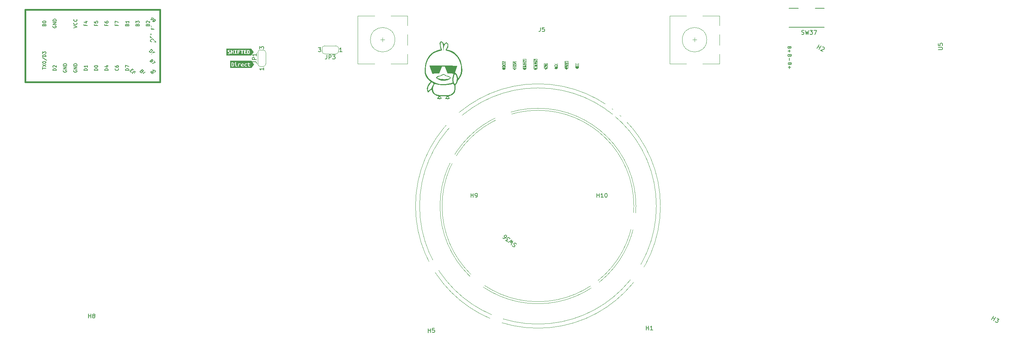
<source format=gbr>
%TF.GenerationSoftware,KiCad,Pcbnew,7.0.2*%
%TF.CreationDate,2023-05-02T20:53:08+02:00*%
%TF.ProjectId,Block,426c6f63-6b2e-46b6-9963-61645f706362,rev?*%
%TF.SameCoordinates,Original*%
%TF.FileFunction,Legend,Top*%
%TF.FilePolarity,Positive*%
%FSLAX46Y46*%
G04 Gerber Fmt 4.6, Leading zero omitted, Abs format (unit mm)*
G04 Created by KiCad (PCBNEW 7.0.2) date 2023-05-02 20:53:08*
%MOMM*%
%LPD*%
G01*
G04 APERTURE LIST*
G04 Aperture macros list*
%AMRoundRect*
0 Rectangle with rounded corners*
0 $1 Rounding radius*
0 $2 $3 $4 $5 $6 $7 $8 $9 X,Y pos of 4 corners*
0 Add a 4 corners polygon primitive as box body*
4,1,4,$2,$3,$4,$5,$6,$7,$8,$9,$2,$3,0*
0 Add four circle primitives for the rounded corners*
1,1,$1+$1,$2,$3*
1,1,$1+$1,$4,$5*
1,1,$1+$1,$6,$7*
1,1,$1+$1,$8,$9*
0 Add four rect primitives between the rounded corners*
20,1,$1+$1,$2,$3,$4,$5,0*
20,1,$1+$1,$4,$5,$6,$7,0*
20,1,$1+$1,$6,$7,$8,$9,0*
20,1,$1+$1,$8,$9,$2,$3,0*%
%AMRotRect*
0 Rectangle, with rotation*
0 The origin of the aperture is its center*
0 $1 length*
0 $2 width*
0 $3 Rotation angle, in degrees counterclockwise*
0 Add horizontal line*
21,1,$1,$2,0,0,$3*%
%AMFreePoly0*
4,1,19,0.550000,-0.750000,0.000000,-0.750000,0.000000,-0.744911,-0.071157,-0.744911,-0.207708,-0.704816,-0.327430,-0.627875,-0.420627,-0.520320,-0.479746,-0.390866,-0.500000,-0.250000,-0.500000,0.250000,-0.479746,0.390866,-0.420627,0.520320,-0.327430,0.627875,-0.207708,0.704816,-0.071157,0.744911,0.000000,0.744911,0.000000,0.750000,0.550000,0.750000,0.550000,-0.750000,0.550000,-0.750000,
$1*%
%AMFreePoly1*
4,1,19,0.000000,0.744911,0.071157,0.744911,0.207708,0.704816,0.327430,0.627875,0.420627,0.520320,0.479746,0.390866,0.500000,0.250000,0.500000,-0.250000,0.479746,-0.390866,0.420627,-0.520320,0.327430,-0.627875,0.207708,-0.704816,0.071157,-0.744911,0.000000,-0.744911,0.000000,-0.750000,-0.550000,-0.750000,-0.550000,0.750000,0.000000,0.750000,0.000000,0.744911,0.000000,0.744911,
$1*%
G04 Aperture macros list end*
%ADD10C,0.150000*%
%ADD11C,0.120000*%
%ADD12C,0.100000*%
%ADD13C,0.381000*%
%ADD14C,1.752600*%
%ADD15RoundRect,0.375000X0.756430X-0.361854X0.743341X0.388032X-0.756430X0.361854X-0.743341X-0.388032X0*%
%ADD16FreePoly0,180.000000*%
%ADD17R,1.000000X1.500000*%
%ADD18FreePoly1,180.000000*%
%ADD19O,2.701800X1.701800*%
%ADD20C,3.000000*%
%ADD21C,3.987800*%
%ADD22C,4.500000*%
%ADD23C,2.000000*%
%ADD24R,3.200000X2.000000*%
%ADD25C,2.400000*%
%ADD26C,4.200000*%
%ADD27C,3.200000*%
%ADD28C,2.100000*%
%ADD29RotRect,4.400000X4.400000X140.000000*%
%ADD30FreePoly0,90.000000*%
%ADD31R,1.500000X1.000000*%
%ADD32FreePoly1,90.000000*%
%ADD33C,1.700000*%
%ADD34O,1.700000X1.700000*%
%ADD35O,2.200000X3.500000*%
%ADD36R,1.500000X2.500000*%
%ADD37O,1.500000X2.500000*%
%ADD38R,1.400000X1.400000*%
%ADD39C,1.400000*%
G04 APERTURE END LIST*
D10*
%TO.C,JP3*%
X170990666Y-73934619D02*
X170990666Y-74648904D01*
X170990666Y-74648904D02*
X170943047Y-74791761D01*
X170943047Y-74791761D02*
X170847809Y-74887000D01*
X170847809Y-74887000D02*
X170704952Y-74934619D01*
X170704952Y-74934619D02*
X170609714Y-74934619D01*
X171466857Y-74934619D02*
X171466857Y-73934619D01*
X171466857Y-73934619D02*
X171847809Y-73934619D01*
X171847809Y-73934619D02*
X171943047Y-73982238D01*
X171943047Y-73982238D02*
X171990666Y-74029857D01*
X171990666Y-74029857D02*
X172038285Y-74125095D01*
X172038285Y-74125095D02*
X172038285Y-74267952D01*
X172038285Y-74267952D02*
X171990666Y-74363190D01*
X171990666Y-74363190D02*
X171943047Y-74410809D01*
X171943047Y-74410809D02*
X171847809Y-74458428D01*
X171847809Y-74458428D02*
X171466857Y-74458428D01*
X172371619Y-73934619D02*
X172990666Y-73934619D01*
X172990666Y-73934619D02*
X172657333Y-74315571D01*
X172657333Y-74315571D02*
X172800190Y-74315571D01*
X172800190Y-74315571D02*
X172895428Y-74363190D01*
X172895428Y-74363190D02*
X172943047Y-74410809D01*
X172943047Y-74410809D02*
X172990666Y-74506047D01*
X172990666Y-74506047D02*
X172990666Y-74744142D01*
X172990666Y-74744142D02*
X172943047Y-74839380D01*
X172943047Y-74839380D02*
X172895428Y-74887000D01*
X172895428Y-74887000D02*
X172800190Y-74934619D01*
X172800190Y-74934619D02*
X172514476Y-74934619D01*
X172514476Y-74934619D02*
X172419238Y-74887000D01*
X172419238Y-74887000D02*
X172371619Y-74839380D01*
X174709714Y-73134619D02*
X174138286Y-73134619D01*
X174424000Y-73134619D02*
X174424000Y-72134619D01*
X174424000Y-72134619D02*
X174328762Y-72277476D01*
X174328762Y-72277476D02*
X174233524Y-72372714D01*
X174233524Y-72372714D02*
X174138286Y-72420333D01*
X168890667Y-72134619D02*
X169509714Y-72134619D01*
X169509714Y-72134619D02*
X169176381Y-72515571D01*
X169176381Y-72515571D02*
X169319238Y-72515571D01*
X169319238Y-72515571D02*
X169414476Y-72563190D01*
X169414476Y-72563190D02*
X169462095Y-72610809D01*
X169462095Y-72610809D02*
X169509714Y-72706047D01*
X169509714Y-72706047D02*
X169509714Y-72944142D01*
X169509714Y-72944142D02*
X169462095Y-73039380D01*
X169462095Y-73039380D02*
X169414476Y-73087000D01*
X169414476Y-73087000D02*
X169319238Y-73134619D01*
X169319238Y-73134619D02*
X169033524Y-73134619D01*
X169033524Y-73134619D02*
X168938286Y-73087000D01*
X168938286Y-73087000D02*
X168890667Y-73039380D01*
%TO.C,H10*%
X237116285Y-108897561D02*
X237116285Y-107897561D01*
X237116285Y-108373751D02*
X237687713Y-108373751D01*
X237687713Y-108897561D02*
X237687713Y-107897561D01*
X238687713Y-108897561D02*
X238116285Y-108897561D01*
X238401999Y-108897561D02*
X238401999Y-107897561D01*
X238401999Y-107897561D02*
X238306761Y-108040418D01*
X238306761Y-108040418D02*
X238211523Y-108135656D01*
X238211523Y-108135656D02*
X238116285Y-108183275D01*
X239306761Y-107897561D02*
X239401999Y-107897561D01*
X239401999Y-107897561D02*
X239497237Y-107945180D01*
X239497237Y-107945180D02*
X239544856Y-107992799D01*
X239544856Y-107992799D02*
X239592475Y-108088037D01*
X239592475Y-108088037D02*
X239640094Y-108278513D01*
X239640094Y-108278513D02*
X239640094Y-108516608D01*
X239640094Y-108516608D02*
X239592475Y-108707084D01*
X239592475Y-108707084D02*
X239544856Y-108802322D01*
X239544856Y-108802322D02*
X239497237Y-108849942D01*
X239497237Y-108849942D02*
X239401999Y-108897561D01*
X239401999Y-108897561D02*
X239306761Y-108897561D01*
X239306761Y-108897561D02*
X239211523Y-108849942D01*
X239211523Y-108849942D02*
X239163904Y-108802322D01*
X239163904Y-108802322D02*
X239116285Y-108707084D01*
X239116285Y-108707084D02*
X239068666Y-108516608D01*
X239068666Y-108516608D02*
X239068666Y-108278513D01*
X239068666Y-108278513D02*
X239116285Y-108088037D01*
X239116285Y-108088037D02*
X239163904Y-107992799D01*
X239163904Y-107992799D02*
X239211523Y-107945180D01*
X239211523Y-107945180D02*
X239306761Y-107897561D01*
%TO.C,SW36*%
X217431183Y-120398774D02*
X217352357Y-120270468D01*
X217352357Y-120270468D02*
X217169965Y-120117424D01*
X217169965Y-120117424D02*
X217066400Y-120092684D01*
X217066400Y-120092684D02*
X216999313Y-120098554D01*
X216999313Y-120098554D02*
X216901617Y-120140901D01*
X216901617Y-120140901D02*
X216840399Y-120213858D01*
X216840399Y-120213858D02*
X216815659Y-120317423D01*
X216815659Y-120317423D02*
X216821528Y-120384511D01*
X216821528Y-120384511D02*
X216863876Y-120482207D01*
X216863876Y-120482207D02*
X216979180Y-120641121D01*
X216979180Y-120641121D02*
X217021528Y-120738817D01*
X217021528Y-120738817D02*
X217027398Y-120805904D01*
X217027398Y-120805904D02*
X217002658Y-120909470D01*
X217002658Y-120909470D02*
X216941440Y-120982426D01*
X216941440Y-120982426D02*
X216843744Y-121024774D01*
X216843744Y-121024774D02*
X216776657Y-121030644D01*
X216776657Y-121030644D02*
X216673091Y-121005904D01*
X216673091Y-121005904D02*
X216490700Y-120852859D01*
X216490700Y-120852859D02*
X216411874Y-120724554D01*
X216125916Y-120546770D02*
X216586313Y-119627681D01*
X216586313Y-119627681D02*
X215981265Y-120052420D01*
X215981265Y-120052420D02*
X216294486Y-119382809D01*
X216294486Y-119382809D02*
X215469307Y-119995809D01*
X215250437Y-119812156D02*
X214776219Y-119414239D01*
X214776219Y-119414239D02*
X215276439Y-119336676D01*
X215276439Y-119336676D02*
X215167004Y-119244849D01*
X215167004Y-119244849D02*
X215124656Y-119147153D01*
X215124656Y-119147153D02*
X215118787Y-119080065D01*
X215118787Y-119080065D02*
X215143526Y-118976500D01*
X215143526Y-118976500D02*
X215296571Y-118794108D01*
X215296571Y-118794108D02*
X215394267Y-118751761D01*
X215394267Y-118751761D02*
X215461355Y-118745891D01*
X215461355Y-118745891D02*
X215564920Y-118770631D01*
X215564920Y-118770631D02*
X215783790Y-118954284D01*
X215783790Y-118954284D02*
X215826138Y-119051981D01*
X215826138Y-119051981D02*
X215832007Y-119119068D01*
X214119610Y-118863279D02*
X214265523Y-118985714D01*
X214265523Y-118985714D02*
X214369088Y-119010454D01*
X214369088Y-119010454D02*
X214436176Y-119004585D01*
X214436176Y-119004585D02*
X214600959Y-118956367D01*
X214600959Y-118956367D02*
X214759873Y-118841063D01*
X214759873Y-118841063D02*
X215004745Y-118549237D01*
X215004745Y-118549237D02*
X215029484Y-118445671D01*
X215029484Y-118445671D02*
X215023615Y-118378584D01*
X215023615Y-118378584D02*
X214981267Y-118280888D01*
X214981267Y-118280888D02*
X214835354Y-118158452D01*
X214835354Y-118158452D02*
X214731788Y-118133712D01*
X214731788Y-118133712D02*
X214664701Y-118139582D01*
X214664701Y-118139582D02*
X214567005Y-118181930D01*
X214567005Y-118181930D02*
X214413960Y-118364321D01*
X214413960Y-118364321D02*
X214389221Y-118467887D01*
X214389221Y-118467887D02*
X214395090Y-118534974D01*
X214395090Y-118534974D02*
X214437438Y-118632670D01*
X214437438Y-118632670D02*
X214583351Y-118755106D01*
X214583351Y-118755106D02*
X214686917Y-118779845D01*
X214686917Y-118779845D02*
X214754004Y-118773976D01*
X214754004Y-118773976D02*
X214851700Y-118731628D01*
%TO.C,H8*%
X112560092Y-138489696D02*
X112594991Y-137490305D01*
X112578372Y-137966205D02*
X113149453Y-137986148D01*
X113131172Y-138509638D02*
X113166072Y-137510247D01*
X113769785Y-137960162D02*
X113676267Y-137909248D01*
X113676267Y-137909248D02*
X113630339Y-137859996D01*
X113630339Y-137859996D02*
X113586073Y-137763155D01*
X113586073Y-137763155D02*
X113587734Y-137715564D01*
X113587734Y-137715564D02*
X113638648Y-137622046D01*
X113638648Y-137622046D02*
X113687900Y-137576118D01*
X113687900Y-137576118D02*
X113784742Y-137531852D01*
X113784742Y-137531852D02*
X113975102Y-137538499D01*
X113975102Y-137538499D02*
X114068620Y-137589413D01*
X114068620Y-137589413D02*
X114114549Y-137638665D01*
X114114549Y-137638665D02*
X114158815Y-137735507D01*
X114158815Y-137735507D02*
X114157153Y-137783097D01*
X114157153Y-137783097D02*
X114106239Y-137876615D01*
X114106239Y-137876615D02*
X114056987Y-137922543D01*
X114056987Y-137922543D02*
X113960145Y-137966810D01*
X113960145Y-137966810D02*
X113769785Y-137960162D01*
X113769785Y-137960162D02*
X113672943Y-138004428D01*
X113672943Y-138004428D02*
X113623691Y-138050357D01*
X113623691Y-138050357D02*
X113572778Y-138143875D01*
X113572778Y-138143875D02*
X113566130Y-138334235D01*
X113566130Y-138334235D02*
X113610396Y-138431077D01*
X113610396Y-138431077D02*
X113656324Y-138480329D01*
X113656324Y-138480329D02*
X113749843Y-138531243D01*
X113749843Y-138531243D02*
X113940203Y-138537890D01*
X113940203Y-138537890D02*
X114037045Y-138493624D01*
X114037045Y-138493624D02*
X114086297Y-138447696D01*
X114086297Y-138447696D02*
X114137210Y-138354178D01*
X114137210Y-138354178D02*
X114143858Y-138163817D01*
X114143858Y-138163817D02*
X114099592Y-138066975D01*
X114099592Y-138066975D02*
X114053664Y-138017724D01*
X114053664Y-138017724D02*
X113960145Y-137966810D01*
%TO.C,U1*%
X128214115Y-78226058D02*
X128308396Y-78178918D01*
X128308396Y-78178918D02*
X128355536Y-78178918D01*
X128355536Y-78178918D02*
X128426247Y-78202488D01*
X128426247Y-78202488D02*
X128496958Y-78273199D01*
X128496958Y-78273199D02*
X128520528Y-78343910D01*
X128520528Y-78343910D02*
X128520528Y-78391050D01*
X128520528Y-78391050D02*
X128496958Y-78461761D01*
X128496958Y-78461761D02*
X128308396Y-78650323D01*
X128308396Y-78650323D02*
X127813421Y-78155348D01*
X127813421Y-78155348D02*
X127978413Y-77990356D01*
X127978413Y-77990356D02*
X128049123Y-77966786D01*
X128049123Y-77966786D02*
X128096264Y-77966786D01*
X128096264Y-77966786D02*
X128166975Y-77990356D01*
X128166975Y-77990356D02*
X128214115Y-78037497D01*
X128214115Y-78037497D02*
X128237685Y-78108207D01*
X128237685Y-78108207D02*
X128237685Y-78155348D01*
X128237685Y-78155348D02*
X128214115Y-78226058D01*
X128214115Y-78226058D02*
X128049123Y-78391050D01*
X128544098Y-77424671D02*
X128308396Y-77660373D01*
X128308396Y-77660373D02*
X128520528Y-77919646D01*
X128520528Y-77919646D02*
X128520528Y-77872505D01*
X128520528Y-77872505D02*
X128544098Y-77801794D01*
X128544098Y-77801794D02*
X128661949Y-77683943D01*
X128661949Y-77683943D02*
X128732660Y-77660373D01*
X128732660Y-77660373D02*
X128779800Y-77660373D01*
X128779800Y-77660373D02*
X128850511Y-77683943D01*
X128850511Y-77683943D02*
X128968362Y-77801794D01*
X128968362Y-77801794D02*
X128991933Y-77872505D01*
X128991933Y-77872505D02*
X128991933Y-77919646D01*
X128991933Y-77919646D02*
X128968362Y-77990356D01*
X128968362Y-77990356D02*
X128850511Y-78108207D01*
X128850511Y-78108207D02*
X128779800Y-78131778D01*
X128779800Y-78131778D02*
X128732660Y-78131778D01*
X128042647Y-70709541D02*
X127988772Y-70709541D01*
X127988772Y-70709541D02*
X127881022Y-70655666D01*
X127881022Y-70655666D02*
X127827148Y-70601791D01*
X127827148Y-70601791D02*
X127773273Y-70494042D01*
X127773273Y-70494042D02*
X127773273Y-70386292D01*
X127773273Y-70386292D02*
X127800210Y-70305480D01*
X127800210Y-70305480D02*
X127881022Y-70170793D01*
X127881022Y-70170793D02*
X127961835Y-70089981D01*
X127961835Y-70089981D02*
X128096522Y-70009168D01*
X128096522Y-70009168D02*
X128177334Y-69982231D01*
X128177334Y-69982231D02*
X128285083Y-69982231D01*
X128285083Y-69982231D02*
X128392833Y-70036106D01*
X128392833Y-70036106D02*
X128446708Y-70089981D01*
X128446708Y-70089981D02*
X128500583Y-70197730D01*
X128500583Y-70197730D02*
X128500583Y-70251605D01*
X128743019Y-70386292D02*
X129120143Y-70763416D01*
X129120143Y-70763416D02*
X128312021Y-71086665D01*
X127125797Y-66518809D02*
X127163892Y-66404523D01*
X127163892Y-66404523D02*
X127201988Y-66366428D01*
X127201988Y-66366428D02*
X127278178Y-66328332D01*
X127278178Y-66328332D02*
X127392464Y-66328332D01*
X127392464Y-66328332D02*
X127468654Y-66366428D01*
X127468654Y-66366428D02*
X127506750Y-66404523D01*
X127506750Y-66404523D02*
X127544845Y-66480713D01*
X127544845Y-66480713D02*
X127544845Y-66785475D01*
X127544845Y-66785475D02*
X126744845Y-66785475D01*
X126744845Y-66785475D02*
X126744845Y-66518809D01*
X126744845Y-66518809D02*
X126782940Y-66442618D01*
X126782940Y-66442618D02*
X126821035Y-66404523D01*
X126821035Y-66404523D02*
X126897226Y-66366428D01*
X126897226Y-66366428D02*
X126973416Y-66366428D01*
X126973416Y-66366428D02*
X127049607Y-66404523D01*
X127049607Y-66404523D02*
X127087702Y-66442618D01*
X127087702Y-66442618D02*
X127125797Y-66518809D01*
X127125797Y-66518809D02*
X127125797Y-66785475D01*
X126821035Y-66023571D02*
X126782940Y-65985475D01*
X126782940Y-65985475D02*
X126744845Y-65909285D01*
X126744845Y-65909285D02*
X126744845Y-65718809D01*
X126744845Y-65718809D02*
X126782940Y-65642618D01*
X126782940Y-65642618D02*
X126821035Y-65604523D01*
X126821035Y-65604523D02*
X126897226Y-65566428D01*
X126897226Y-65566428D02*
X126973416Y-65566428D01*
X126973416Y-65566428D02*
X127087702Y-65604523D01*
X127087702Y-65604523D02*
X127544845Y-66061666D01*
X127544845Y-66061666D02*
X127544845Y-65566428D01*
X128301916Y-67389333D02*
X128301916Y-67622666D01*
X128668583Y-67622666D02*
X127968583Y-67622666D01*
X127968583Y-67622666D02*
X127968583Y-67289333D01*
X127968583Y-66889333D02*
X127968583Y-66822666D01*
X127968583Y-66822666D02*
X128001916Y-66755999D01*
X128001916Y-66755999D02*
X128035250Y-66722666D01*
X128035250Y-66722666D02*
X128101916Y-66689333D01*
X128101916Y-66689333D02*
X128235250Y-66655999D01*
X128235250Y-66655999D02*
X128401916Y-66655999D01*
X128401916Y-66655999D02*
X128535250Y-66689333D01*
X128535250Y-66689333D02*
X128601916Y-66722666D01*
X128601916Y-66722666D02*
X128635250Y-66755999D01*
X128635250Y-66755999D02*
X128668583Y-66822666D01*
X128668583Y-66822666D02*
X128668583Y-66889333D01*
X128668583Y-66889333D02*
X128635250Y-66955999D01*
X128635250Y-66955999D02*
X128601916Y-66989333D01*
X128601916Y-66989333D02*
X128535250Y-67022666D01*
X128535250Y-67022666D02*
X128401916Y-67055999D01*
X128401916Y-67055999D02*
X128235250Y-67055999D01*
X128235250Y-67055999D02*
X128101916Y-67022666D01*
X128101916Y-67022666D02*
X128035250Y-66989333D01*
X128035250Y-66989333D02*
X128001916Y-66955999D01*
X128001916Y-66955999D02*
X127968583Y-66889333D01*
X101344845Y-77418348D02*
X101344845Y-76961205D01*
X102144845Y-77189777D02*
X101344845Y-77189777D01*
X101344845Y-76770729D02*
X102144845Y-76237395D01*
X101344845Y-76237395D02*
X102144845Y-76770729D01*
X101344845Y-75780252D02*
X101344845Y-75704062D01*
X101344845Y-75704062D02*
X101382940Y-75627871D01*
X101382940Y-75627871D02*
X101421035Y-75589776D01*
X101421035Y-75589776D02*
X101497226Y-75551681D01*
X101497226Y-75551681D02*
X101649607Y-75513586D01*
X101649607Y-75513586D02*
X101840083Y-75513586D01*
X101840083Y-75513586D02*
X101992464Y-75551681D01*
X101992464Y-75551681D02*
X102068654Y-75589776D01*
X102068654Y-75589776D02*
X102106750Y-75627871D01*
X102106750Y-75627871D02*
X102144845Y-75704062D01*
X102144845Y-75704062D02*
X102144845Y-75780252D01*
X102144845Y-75780252D02*
X102106750Y-75856443D01*
X102106750Y-75856443D02*
X102068654Y-75894538D01*
X102068654Y-75894538D02*
X101992464Y-75932633D01*
X101992464Y-75932633D02*
X101840083Y-75970729D01*
X101840083Y-75970729D02*
X101649607Y-75970729D01*
X101649607Y-75970729D02*
X101497226Y-75932633D01*
X101497226Y-75932633D02*
X101421035Y-75894538D01*
X101421035Y-75894538D02*
X101382940Y-75856443D01*
X101382940Y-75856443D02*
X101344845Y-75780252D01*
X101306750Y-74599300D02*
X102335321Y-75285014D01*
X102144845Y-74332633D02*
X101344845Y-74332633D01*
X101344845Y-74332633D02*
X101344845Y-74142157D01*
X101344845Y-74142157D02*
X101382940Y-74027871D01*
X101382940Y-74027871D02*
X101459130Y-73951681D01*
X101459130Y-73951681D02*
X101535321Y-73913586D01*
X101535321Y-73913586D02*
X101687702Y-73875490D01*
X101687702Y-73875490D02*
X101801988Y-73875490D01*
X101801988Y-73875490D02*
X101954369Y-73913586D01*
X101954369Y-73913586D02*
X102030559Y-73951681D01*
X102030559Y-73951681D02*
X102106750Y-74027871D01*
X102106750Y-74027871D02*
X102144845Y-74142157D01*
X102144845Y-74142157D02*
X102144845Y-74332633D01*
X101344845Y-73608824D02*
X101344845Y-73113586D01*
X101344845Y-73113586D02*
X101649607Y-73380252D01*
X101649607Y-73380252D02*
X101649607Y-73265967D01*
X101649607Y-73265967D02*
X101687702Y-73189776D01*
X101687702Y-73189776D02*
X101725797Y-73151681D01*
X101725797Y-73151681D02*
X101801988Y-73113586D01*
X101801988Y-73113586D02*
X101992464Y-73113586D01*
X101992464Y-73113586D02*
X102068654Y-73151681D01*
X102068654Y-73151681D02*
X102106750Y-73189776D01*
X102106750Y-73189776D02*
X102144845Y-73265967D01*
X102144845Y-73265967D02*
X102144845Y-73494538D01*
X102144845Y-73494538D02*
X102106750Y-73570729D01*
X102106750Y-73570729D02*
X102068654Y-73608824D01*
X104684845Y-77707475D02*
X103884845Y-77707475D01*
X103884845Y-77707475D02*
X103884845Y-77516999D01*
X103884845Y-77516999D02*
X103922940Y-77402713D01*
X103922940Y-77402713D02*
X103999130Y-77326523D01*
X103999130Y-77326523D02*
X104075321Y-77288428D01*
X104075321Y-77288428D02*
X104227702Y-77250332D01*
X104227702Y-77250332D02*
X104341988Y-77250332D01*
X104341988Y-77250332D02*
X104494369Y-77288428D01*
X104494369Y-77288428D02*
X104570559Y-77326523D01*
X104570559Y-77326523D02*
X104646750Y-77402713D01*
X104646750Y-77402713D02*
X104684845Y-77516999D01*
X104684845Y-77516999D02*
X104684845Y-77707475D01*
X103961035Y-76945571D02*
X103922940Y-76907475D01*
X103922940Y-76907475D02*
X103884845Y-76831285D01*
X103884845Y-76831285D02*
X103884845Y-76640809D01*
X103884845Y-76640809D02*
X103922940Y-76564618D01*
X103922940Y-76564618D02*
X103961035Y-76526523D01*
X103961035Y-76526523D02*
X104037226Y-76488428D01*
X104037226Y-76488428D02*
X104113416Y-76488428D01*
X104113416Y-76488428D02*
X104227702Y-76526523D01*
X104227702Y-76526523D02*
X104684845Y-76983666D01*
X104684845Y-76983666D02*
X104684845Y-76488428D01*
X108964845Y-67261666D02*
X109764845Y-66994999D01*
X109764845Y-66994999D02*
X108964845Y-66728333D01*
X109688654Y-66004523D02*
X109726750Y-66042619D01*
X109726750Y-66042619D02*
X109764845Y-66156904D01*
X109764845Y-66156904D02*
X109764845Y-66233095D01*
X109764845Y-66233095D02*
X109726750Y-66347381D01*
X109726750Y-66347381D02*
X109650559Y-66423571D01*
X109650559Y-66423571D02*
X109574369Y-66461666D01*
X109574369Y-66461666D02*
X109421988Y-66499762D01*
X109421988Y-66499762D02*
X109307702Y-66499762D01*
X109307702Y-66499762D02*
X109155321Y-66461666D01*
X109155321Y-66461666D02*
X109079130Y-66423571D01*
X109079130Y-66423571D02*
X109002940Y-66347381D01*
X109002940Y-66347381D02*
X108964845Y-66233095D01*
X108964845Y-66233095D02*
X108964845Y-66156904D01*
X108964845Y-66156904D02*
X109002940Y-66042619D01*
X109002940Y-66042619D02*
X109041035Y-66004523D01*
X109688654Y-65204523D02*
X109726750Y-65242619D01*
X109726750Y-65242619D02*
X109764845Y-65356904D01*
X109764845Y-65356904D02*
X109764845Y-65433095D01*
X109764845Y-65433095D02*
X109726750Y-65547381D01*
X109726750Y-65547381D02*
X109650559Y-65623571D01*
X109650559Y-65623571D02*
X109574369Y-65661666D01*
X109574369Y-65661666D02*
X109421988Y-65699762D01*
X109421988Y-65699762D02*
X109307702Y-65699762D01*
X109307702Y-65699762D02*
X109155321Y-65661666D01*
X109155321Y-65661666D02*
X109079130Y-65623571D01*
X109079130Y-65623571D02*
X109002940Y-65547381D01*
X109002940Y-65547381D02*
X108964845Y-65433095D01*
X108964845Y-65433095D02*
X108964845Y-65356904D01*
X108964845Y-65356904D02*
X109002940Y-65242619D01*
X109002940Y-65242619D02*
X109041035Y-65204523D01*
X119848654Y-77250332D02*
X119886750Y-77288428D01*
X119886750Y-77288428D02*
X119924845Y-77402713D01*
X119924845Y-77402713D02*
X119924845Y-77478904D01*
X119924845Y-77478904D02*
X119886750Y-77593190D01*
X119886750Y-77593190D02*
X119810559Y-77669380D01*
X119810559Y-77669380D02*
X119734369Y-77707475D01*
X119734369Y-77707475D02*
X119581988Y-77745571D01*
X119581988Y-77745571D02*
X119467702Y-77745571D01*
X119467702Y-77745571D02*
X119315321Y-77707475D01*
X119315321Y-77707475D02*
X119239130Y-77669380D01*
X119239130Y-77669380D02*
X119162940Y-77593190D01*
X119162940Y-77593190D02*
X119124845Y-77478904D01*
X119124845Y-77478904D02*
X119124845Y-77402713D01*
X119124845Y-77402713D02*
X119162940Y-77288428D01*
X119162940Y-77288428D02*
X119201035Y-77250332D01*
X119124845Y-76564618D02*
X119124845Y-76716999D01*
X119124845Y-76716999D02*
X119162940Y-76793190D01*
X119162940Y-76793190D02*
X119201035Y-76831285D01*
X119201035Y-76831285D02*
X119315321Y-76907475D01*
X119315321Y-76907475D02*
X119467702Y-76945571D01*
X119467702Y-76945571D02*
X119772464Y-76945571D01*
X119772464Y-76945571D02*
X119848654Y-76907475D01*
X119848654Y-76907475D02*
X119886750Y-76869380D01*
X119886750Y-76869380D02*
X119924845Y-76793190D01*
X119924845Y-76793190D02*
X119924845Y-76640809D01*
X119924845Y-76640809D02*
X119886750Y-76564618D01*
X119886750Y-76564618D02*
X119848654Y-76526523D01*
X119848654Y-76526523D02*
X119772464Y-76488428D01*
X119772464Y-76488428D02*
X119581988Y-76488428D01*
X119581988Y-76488428D02*
X119505797Y-76526523D01*
X119505797Y-76526523D02*
X119467702Y-76564618D01*
X119467702Y-76564618D02*
X119429607Y-76640809D01*
X119429607Y-76640809D02*
X119429607Y-76793190D01*
X119429607Y-76793190D02*
X119467702Y-76869380D01*
X119467702Y-76869380D02*
X119505797Y-76907475D01*
X119505797Y-76907475D02*
X119581988Y-76945571D01*
X106462940Y-77726523D02*
X106424845Y-77802713D01*
X106424845Y-77802713D02*
X106424845Y-77916999D01*
X106424845Y-77916999D02*
X106462940Y-78031285D01*
X106462940Y-78031285D02*
X106539130Y-78107475D01*
X106539130Y-78107475D02*
X106615321Y-78145570D01*
X106615321Y-78145570D02*
X106767702Y-78183666D01*
X106767702Y-78183666D02*
X106881988Y-78183666D01*
X106881988Y-78183666D02*
X107034369Y-78145570D01*
X107034369Y-78145570D02*
X107110559Y-78107475D01*
X107110559Y-78107475D02*
X107186750Y-78031285D01*
X107186750Y-78031285D02*
X107224845Y-77916999D01*
X107224845Y-77916999D02*
X107224845Y-77840808D01*
X107224845Y-77840808D02*
X107186750Y-77726523D01*
X107186750Y-77726523D02*
X107148654Y-77688427D01*
X107148654Y-77688427D02*
X106881988Y-77688427D01*
X106881988Y-77688427D02*
X106881988Y-77840808D01*
X107224845Y-77345570D02*
X106424845Y-77345570D01*
X106424845Y-77345570D02*
X107224845Y-76888427D01*
X107224845Y-76888427D02*
X106424845Y-76888427D01*
X107224845Y-76507475D02*
X106424845Y-76507475D01*
X106424845Y-76507475D02*
X106424845Y-76316999D01*
X106424845Y-76316999D02*
X106462940Y-76202713D01*
X106462940Y-76202713D02*
X106539130Y-76126523D01*
X106539130Y-76126523D02*
X106615321Y-76088428D01*
X106615321Y-76088428D02*
X106767702Y-76050332D01*
X106767702Y-76050332D02*
X106881988Y-76050332D01*
X106881988Y-76050332D02*
X107034369Y-76088428D01*
X107034369Y-76088428D02*
X107110559Y-76126523D01*
X107110559Y-76126523D02*
X107186750Y-76202713D01*
X107186750Y-76202713D02*
X107224845Y-76316999D01*
X107224845Y-76316999D02*
X107224845Y-76507475D01*
X114844845Y-77707475D02*
X114044845Y-77707475D01*
X114044845Y-77707475D02*
X114044845Y-77516999D01*
X114044845Y-77516999D02*
X114082940Y-77402713D01*
X114082940Y-77402713D02*
X114159130Y-77326523D01*
X114159130Y-77326523D02*
X114235321Y-77288428D01*
X114235321Y-77288428D02*
X114387702Y-77250332D01*
X114387702Y-77250332D02*
X114501988Y-77250332D01*
X114501988Y-77250332D02*
X114654369Y-77288428D01*
X114654369Y-77288428D02*
X114730559Y-77326523D01*
X114730559Y-77326523D02*
X114806750Y-77402713D01*
X114806750Y-77402713D02*
X114844845Y-77516999D01*
X114844845Y-77516999D02*
X114844845Y-77707475D01*
X114044845Y-76755094D02*
X114044845Y-76678904D01*
X114044845Y-76678904D02*
X114082940Y-76602713D01*
X114082940Y-76602713D02*
X114121035Y-76564618D01*
X114121035Y-76564618D02*
X114197226Y-76526523D01*
X114197226Y-76526523D02*
X114349607Y-76488428D01*
X114349607Y-76488428D02*
X114540083Y-76488428D01*
X114540083Y-76488428D02*
X114692464Y-76526523D01*
X114692464Y-76526523D02*
X114768654Y-76564618D01*
X114768654Y-76564618D02*
X114806750Y-76602713D01*
X114806750Y-76602713D02*
X114844845Y-76678904D01*
X114844845Y-76678904D02*
X114844845Y-76755094D01*
X114844845Y-76755094D02*
X114806750Y-76831285D01*
X114806750Y-76831285D02*
X114768654Y-76869380D01*
X114768654Y-76869380D02*
X114692464Y-76907475D01*
X114692464Y-76907475D02*
X114540083Y-76945571D01*
X114540083Y-76945571D02*
X114349607Y-76945571D01*
X114349607Y-76945571D02*
X114197226Y-76907475D01*
X114197226Y-76907475D02*
X114121035Y-76869380D01*
X114121035Y-76869380D02*
X114082940Y-76831285D01*
X114082940Y-76831285D02*
X114044845Y-76755094D01*
X128095797Y-69382666D02*
X128095797Y-69649332D01*
X128514845Y-69649332D02*
X127714845Y-69649332D01*
X127714845Y-69649332D02*
X127714845Y-69268380D01*
X128514845Y-68544571D02*
X128514845Y-69001714D01*
X128514845Y-68773142D02*
X127714845Y-68773142D01*
X127714845Y-68773142D02*
X127829130Y-68849333D01*
X127829130Y-68849333D02*
X127905321Y-68925523D01*
X127905321Y-68925523D02*
X127943416Y-69001714D01*
X123073772Y-77618722D02*
X123262334Y-77807284D01*
X123046834Y-78184407D02*
X122777460Y-77915033D01*
X122777460Y-77915033D02*
X123343146Y-77349348D01*
X123343146Y-77349348D02*
X123612520Y-77618722D01*
X124097393Y-78103595D02*
X123989644Y-77995846D01*
X123989644Y-77995846D02*
X123908832Y-77968908D01*
X123908832Y-77968908D02*
X123854957Y-77968908D01*
X123854957Y-77968908D02*
X123720270Y-77995846D01*
X123720270Y-77995846D02*
X123585583Y-78076658D01*
X123585583Y-78076658D02*
X123370084Y-78292157D01*
X123370084Y-78292157D02*
X123343146Y-78372969D01*
X123343146Y-78372969D02*
X123343146Y-78426844D01*
X123343146Y-78426844D02*
X123370084Y-78507656D01*
X123370084Y-78507656D02*
X123477833Y-78615406D01*
X123477833Y-78615406D02*
X123558645Y-78642343D01*
X123558645Y-78642343D02*
X123612520Y-78642343D01*
X123612520Y-78642343D02*
X123693332Y-78615406D01*
X123693332Y-78615406D02*
X123828019Y-78480719D01*
X123828019Y-78480719D02*
X123854957Y-78399907D01*
X123854957Y-78399907D02*
X123854957Y-78346032D01*
X123854957Y-78346032D02*
X123828019Y-78265220D01*
X123828019Y-78265220D02*
X123720270Y-78157470D01*
X123720270Y-78157470D02*
X123639458Y-78130533D01*
X123639458Y-78130533D02*
X123585583Y-78130533D01*
X123585583Y-78130533D02*
X123504771Y-78157470D01*
X128104691Y-75385365D02*
X128151831Y-75479646D01*
X128151831Y-75479646D02*
X128151831Y-75526786D01*
X128151831Y-75526786D02*
X128128261Y-75597497D01*
X128128261Y-75597497D02*
X128057550Y-75668208D01*
X128057550Y-75668208D02*
X127986839Y-75691778D01*
X127986839Y-75691778D02*
X127939699Y-75691778D01*
X127939699Y-75691778D02*
X127868988Y-75668208D01*
X127868988Y-75668208D02*
X127680426Y-75479646D01*
X127680426Y-75479646D02*
X128175401Y-74984671D01*
X128175401Y-74984671D02*
X128340393Y-75149663D01*
X128340393Y-75149663D02*
X128363963Y-75220373D01*
X128363963Y-75220373D02*
X128363963Y-75267514D01*
X128363963Y-75267514D02*
X128340393Y-75338225D01*
X128340393Y-75338225D02*
X128293252Y-75385365D01*
X128293252Y-75385365D02*
X128222542Y-75408935D01*
X128222542Y-75408935D02*
X128175401Y-75408935D01*
X128175401Y-75408935D02*
X128104691Y-75385365D01*
X128104691Y-75385365D02*
X127939699Y-75220373D01*
X128623236Y-75432506D02*
X128953219Y-75762489D01*
X128953219Y-75762489D02*
X128246112Y-76045331D01*
X119505797Y-66461666D02*
X119505797Y-66728332D01*
X119924845Y-66728332D02*
X119124845Y-66728332D01*
X119124845Y-66728332D02*
X119124845Y-66347380D01*
X119124845Y-66118809D02*
X119124845Y-65585475D01*
X119124845Y-65585475D02*
X119924845Y-65928333D01*
X116965797Y-66461666D02*
X116965797Y-66728332D01*
X117384845Y-66728332D02*
X116584845Y-66728332D01*
X116584845Y-66728332D02*
X116584845Y-66347380D01*
X116584845Y-65699761D02*
X116584845Y-65852142D01*
X116584845Y-65852142D02*
X116622940Y-65928333D01*
X116622940Y-65928333D02*
X116661035Y-65966428D01*
X116661035Y-65966428D02*
X116775321Y-66042618D01*
X116775321Y-66042618D02*
X116927702Y-66080714D01*
X116927702Y-66080714D02*
X117232464Y-66080714D01*
X117232464Y-66080714D02*
X117308654Y-66042618D01*
X117308654Y-66042618D02*
X117346750Y-66004523D01*
X117346750Y-66004523D02*
X117384845Y-65928333D01*
X117384845Y-65928333D02*
X117384845Y-65775952D01*
X117384845Y-65775952D02*
X117346750Y-65699761D01*
X117346750Y-65699761D02*
X117308654Y-65661666D01*
X117308654Y-65661666D02*
X117232464Y-65623571D01*
X117232464Y-65623571D02*
X117041988Y-65623571D01*
X117041988Y-65623571D02*
X116965797Y-65661666D01*
X116965797Y-65661666D02*
X116927702Y-65699761D01*
X116927702Y-65699761D02*
X116889607Y-65775952D01*
X116889607Y-65775952D02*
X116889607Y-65928333D01*
X116889607Y-65928333D02*
X116927702Y-66004523D01*
X116927702Y-66004523D02*
X116965797Y-66042618D01*
X116965797Y-66042618D02*
X117041988Y-66080714D01*
X124585797Y-66518809D02*
X124623892Y-66404523D01*
X124623892Y-66404523D02*
X124661988Y-66366428D01*
X124661988Y-66366428D02*
X124738178Y-66328332D01*
X124738178Y-66328332D02*
X124852464Y-66328332D01*
X124852464Y-66328332D02*
X124928654Y-66366428D01*
X124928654Y-66366428D02*
X124966750Y-66404523D01*
X124966750Y-66404523D02*
X125004845Y-66480713D01*
X125004845Y-66480713D02*
X125004845Y-66785475D01*
X125004845Y-66785475D02*
X124204845Y-66785475D01*
X124204845Y-66785475D02*
X124204845Y-66518809D01*
X124204845Y-66518809D02*
X124242940Y-66442618D01*
X124242940Y-66442618D02*
X124281035Y-66404523D01*
X124281035Y-66404523D02*
X124357226Y-66366428D01*
X124357226Y-66366428D02*
X124433416Y-66366428D01*
X124433416Y-66366428D02*
X124509607Y-66404523D01*
X124509607Y-66404523D02*
X124547702Y-66442618D01*
X124547702Y-66442618D02*
X124585797Y-66518809D01*
X124585797Y-66518809D02*
X124585797Y-66785475D01*
X124204845Y-66061666D02*
X124204845Y-65566428D01*
X124204845Y-65566428D02*
X124509607Y-65833094D01*
X124509607Y-65833094D02*
X124509607Y-65718809D01*
X124509607Y-65718809D02*
X124547702Y-65642618D01*
X124547702Y-65642618D02*
X124585797Y-65604523D01*
X124585797Y-65604523D02*
X124661988Y-65566428D01*
X124661988Y-65566428D02*
X124852464Y-65566428D01*
X124852464Y-65566428D02*
X124928654Y-65604523D01*
X124928654Y-65604523D02*
X124966750Y-65642618D01*
X124966750Y-65642618D02*
X125004845Y-65718809D01*
X125004845Y-65718809D02*
X125004845Y-65947380D01*
X125004845Y-65947380D02*
X124966750Y-66023571D01*
X124966750Y-66023571D02*
X124928654Y-66061666D01*
X109002940Y-77726523D02*
X108964845Y-77802713D01*
X108964845Y-77802713D02*
X108964845Y-77916999D01*
X108964845Y-77916999D02*
X109002940Y-78031285D01*
X109002940Y-78031285D02*
X109079130Y-78107475D01*
X109079130Y-78107475D02*
X109155321Y-78145570D01*
X109155321Y-78145570D02*
X109307702Y-78183666D01*
X109307702Y-78183666D02*
X109421988Y-78183666D01*
X109421988Y-78183666D02*
X109574369Y-78145570D01*
X109574369Y-78145570D02*
X109650559Y-78107475D01*
X109650559Y-78107475D02*
X109726750Y-78031285D01*
X109726750Y-78031285D02*
X109764845Y-77916999D01*
X109764845Y-77916999D02*
X109764845Y-77840808D01*
X109764845Y-77840808D02*
X109726750Y-77726523D01*
X109726750Y-77726523D02*
X109688654Y-77688427D01*
X109688654Y-77688427D02*
X109421988Y-77688427D01*
X109421988Y-77688427D02*
X109421988Y-77840808D01*
X109764845Y-77345570D02*
X108964845Y-77345570D01*
X108964845Y-77345570D02*
X109764845Y-76888427D01*
X109764845Y-76888427D02*
X108964845Y-76888427D01*
X109764845Y-76507475D02*
X108964845Y-76507475D01*
X108964845Y-76507475D02*
X108964845Y-76316999D01*
X108964845Y-76316999D02*
X109002940Y-76202713D01*
X109002940Y-76202713D02*
X109079130Y-76126523D01*
X109079130Y-76126523D02*
X109155321Y-76088428D01*
X109155321Y-76088428D02*
X109307702Y-76050332D01*
X109307702Y-76050332D02*
X109421988Y-76050332D01*
X109421988Y-76050332D02*
X109574369Y-76088428D01*
X109574369Y-76088428D02*
X109650559Y-76126523D01*
X109650559Y-76126523D02*
X109726750Y-76202713D01*
X109726750Y-76202713D02*
X109764845Y-76316999D01*
X109764845Y-76316999D02*
X109764845Y-76507475D01*
X122045797Y-66518809D02*
X122083892Y-66404523D01*
X122083892Y-66404523D02*
X122121988Y-66366428D01*
X122121988Y-66366428D02*
X122198178Y-66328332D01*
X122198178Y-66328332D02*
X122312464Y-66328332D01*
X122312464Y-66328332D02*
X122388654Y-66366428D01*
X122388654Y-66366428D02*
X122426750Y-66404523D01*
X122426750Y-66404523D02*
X122464845Y-66480713D01*
X122464845Y-66480713D02*
X122464845Y-66785475D01*
X122464845Y-66785475D02*
X121664845Y-66785475D01*
X121664845Y-66785475D02*
X121664845Y-66518809D01*
X121664845Y-66518809D02*
X121702940Y-66442618D01*
X121702940Y-66442618D02*
X121741035Y-66404523D01*
X121741035Y-66404523D02*
X121817226Y-66366428D01*
X121817226Y-66366428D02*
X121893416Y-66366428D01*
X121893416Y-66366428D02*
X121969607Y-66404523D01*
X121969607Y-66404523D02*
X122007702Y-66442618D01*
X122007702Y-66442618D02*
X122045797Y-66518809D01*
X122045797Y-66518809D02*
X122045797Y-66785475D01*
X122464845Y-65566428D02*
X122464845Y-66023571D01*
X122464845Y-65794999D02*
X121664845Y-65794999D01*
X121664845Y-65794999D02*
X121779130Y-65871190D01*
X121779130Y-65871190D02*
X121855321Y-65947380D01*
X121855321Y-65947380D02*
X121893416Y-66023571D01*
X101725797Y-66518809D02*
X101763892Y-66404523D01*
X101763892Y-66404523D02*
X101801988Y-66366428D01*
X101801988Y-66366428D02*
X101878178Y-66328332D01*
X101878178Y-66328332D02*
X101992464Y-66328332D01*
X101992464Y-66328332D02*
X102068654Y-66366428D01*
X102068654Y-66366428D02*
X102106750Y-66404523D01*
X102106750Y-66404523D02*
X102144845Y-66480713D01*
X102144845Y-66480713D02*
X102144845Y-66785475D01*
X102144845Y-66785475D02*
X101344845Y-66785475D01*
X101344845Y-66785475D02*
X101344845Y-66518809D01*
X101344845Y-66518809D02*
X101382940Y-66442618D01*
X101382940Y-66442618D02*
X101421035Y-66404523D01*
X101421035Y-66404523D02*
X101497226Y-66366428D01*
X101497226Y-66366428D02*
X101573416Y-66366428D01*
X101573416Y-66366428D02*
X101649607Y-66404523D01*
X101649607Y-66404523D02*
X101687702Y-66442618D01*
X101687702Y-66442618D02*
X101725797Y-66518809D01*
X101725797Y-66518809D02*
X101725797Y-66785475D01*
X101344845Y-65833094D02*
X101344845Y-65756904D01*
X101344845Y-65756904D02*
X101382940Y-65680713D01*
X101382940Y-65680713D02*
X101421035Y-65642618D01*
X101421035Y-65642618D02*
X101497226Y-65604523D01*
X101497226Y-65604523D02*
X101649607Y-65566428D01*
X101649607Y-65566428D02*
X101840083Y-65566428D01*
X101840083Y-65566428D02*
X101992464Y-65604523D01*
X101992464Y-65604523D02*
X102068654Y-65642618D01*
X102068654Y-65642618D02*
X102106750Y-65680713D01*
X102106750Y-65680713D02*
X102144845Y-65756904D01*
X102144845Y-65756904D02*
X102144845Y-65833094D01*
X102144845Y-65833094D02*
X102106750Y-65909285D01*
X102106750Y-65909285D02*
X102068654Y-65947380D01*
X102068654Y-65947380D02*
X101992464Y-65985475D01*
X101992464Y-65985475D02*
X101840083Y-66023571D01*
X101840083Y-66023571D02*
X101649607Y-66023571D01*
X101649607Y-66023571D02*
X101497226Y-65985475D01*
X101497226Y-65985475D02*
X101421035Y-65947380D01*
X101421035Y-65947380D02*
X101382940Y-65909285D01*
X101382940Y-65909285D02*
X101344845Y-65833094D01*
X117384845Y-77707475D02*
X116584845Y-77707475D01*
X116584845Y-77707475D02*
X116584845Y-77516999D01*
X116584845Y-77516999D02*
X116622940Y-77402713D01*
X116622940Y-77402713D02*
X116699130Y-77326523D01*
X116699130Y-77326523D02*
X116775321Y-77288428D01*
X116775321Y-77288428D02*
X116927702Y-77250332D01*
X116927702Y-77250332D02*
X117041988Y-77250332D01*
X117041988Y-77250332D02*
X117194369Y-77288428D01*
X117194369Y-77288428D02*
X117270559Y-77326523D01*
X117270559Y-77326523D02*
X117346750Y-77402713D01*
X117346750Y-77402713D02*
X117384845Y-77516999D01*
X117384845Y-77516999D02*
X117384845Y-77707475D01*
X116851511Y-76564618D02*
X117384845Y-76564618D01*
X116546750Y-76755094D02*
X117118178Y-76945571D01*
X117118178Y-76945571D02*
X117118178Y-76450332D01*
X127455523Y-73120167D02*
X128021209Y-72554481D01*
X128021209Y-72554481D02*
X128155896Y-72689168D01*
X128155896Y-72689168D02*
X128209770Y-72796918D01*
X128209770Y-72796918D02*
X128209770Y-72904668D01*
X128209770Y-72904668D02*
X128182833Y-72985480D01*
X128182833Y-72985480D02*
X128102021Y-73120167D01*
X128102021Y-73120167D02*
X128021209Y-73200979D01*
X128021209Y-73200979D02*
X127886522Y-73281791D01*
X127886522Y-73281791D02*
X127805709Y-73308729D01*
X127805709Y-73308729D02*
X127697960Y-73308729D01*
X127697960Y-73308729D02*
X127590210Y-73254854D01*
X127590210Y-73254854D02*
X127455523Y-73120167D01*
X128856268Y-73389541D02*
X128586894Y-73120167D01*
X128586894Y-73120167D02*
X128290583Y-73362604D01*
X128290583Y-73362604D02*
X128344457Y-73362604D01*
X128344457Y-73362604D02*
X128425270Y-73389541D01*
X128425270Y-73389541D02*
X128559957Y-73524228D01*
X128559957Y-73524228D02*
X128586894Y-73605040D01*
X128586894Y-73605040D02*
X128586894Y-73658915D01*
X128586894Y-73658915D02*
X128559957Y-73739727D01*
X128559957Y-73739727D02*
X128425270Y-73874414D01*
X128425270Y-73874414D02*
X128344457Y-73901352D01*
X128344457Y-73901352D02*
X128290583Y-73901352D01*
X128290583Y-73901352D02*
X128209770Y-73874414D01*
X128209770Y-73874414D02*
X128075083Y-73739727D01*
X128075083Y-73739727D02*
X128048146Y-73658915D01*
X128048146Y-73658915D02*
X128048146Y-73605040D01*
X112304845Y-77707475D02*
X111504845Y-77707475D01*
X111504845Y-77707475D02*
X111504845Y-77516999D01*
X111504845Y-77516999D02*
X111542940Y-77402713D01*
X111542940Y-77402713D02*
X111619130Y-77326523D01*
X111619130Y-77326523D02*
X111695321Y-77288428D01*
X111695321Y-77288428D02*
X111847702Y-77250332D01*
X111847702Y-77250332D02*
X111961988Y-77250332D01*
X111961988Y-77250332D02*
X112114369Y-77288428D01*
X112114369Y-77288428D02*
X112190559Y-77326523D01*
X112190559Y-77326523D02*
X112266750Y-77402713D01*
X112266750Y-77402713D02*
X112304845Y-77516999D01*
X112304845Y-77516999D02*
X112304845Y-77707475D01*
X112304845Y-76488428D02*
X112304845Y-76945571D01*
X112304845Y-76716999D02*
X111504845Y-76716999D01*
X111504845Y-76716999D02*
X111619130Y-76793190D01*
X111619130Y-76793190D02*
X111695321Y-76869380D01*
X111695321Y-76869380D02*
X111733416Y-76945571D01*
X122464845Y-77707475D02*
X121664845Y-77707475D01*
X121664845Y-77707475D02*
X121664845Y-77516999D01*
X121664845Y-77516999D02*
X121702940Y-77402713D01*
X121702940Y-77402713D02*
X121779130Y-77326523D01*
X121779130Y-77326523D02*
X121855321Y-77288428D01*
X121855321Y-77288428D02*
X122007702Y-77250332D01*
X122007702Y-77250332D02*
X122121988Y-77250332D01*
X122121988Y-77250332D02*
X122274369Y-77288428D01*
X122274369Y-77288428D02*
X122350559Y-77326523D01*
X122350559Y-77326523D02*
X122426750Y-77402713D01*
X122426750Y-77402713D02*
X122464845Y-77516999D01*
X122464845Y-77516999D02*
X122464845Y-77707475D01*
X121664845Y-76983666D02*
X121664845Y-76450332D01*
X121664845Y-76450332D02*
X122464845Y-76793190D01*
X128614808Y-65486634D02*
X128567668Y-65392353D01*
X128567668Y-65392353D02*
X128567668Y-65345213D01*
X128567668Y-65345213D02*
X128591238Y-65274502D01*
X128591238Y-65274502D02*
X128661949Y-65203791D01*
X128661949Y-65203791D02*
X128732660Y-65180221D01*
X128732660Y-65180221D02*
X128779800Y-65180221D01*
X128779800Y-65180221D02*
X128850511Y-65203791D01*
X128850511Y-65203791D02*
X129039073Y-65392353D01*
X129039073Y-65392353D02*
X128544098Y-65887328D01*
X128544098Y-65887328D02*
X128379106Y-65722336D01*
X128379106Y-65722336D02*
X128355536Y-65651626D01*
X128355536Y-65651626D02*
X128355536Y-65604485D01*
X128355536Y-65604485D02*
X128379106Y-65533774D01*
X128379106Y-65533774D02*
X128426247Y-65486634D01*
X128426247Y-65486634D02*
X128496957Y-65463064D01*
X128496957Y-65463064D02*
X128544098Y-65463064D01*
X128544098Y-65463064D02*
X128614808Y-65486634D01*
X128614808Y-65486634D02*
X128779800Y-65651626D01*
X127836991Y-65180221D02*
X127931272Y-65274502D01*
X127931272Y-65274502D02*
X128001983Y-65298072D01*
X128001983Y-65298072D02*
X128049123Y-65298072D01*
X128049123Y-65298072D02*
X128166974Y-65274502D01*
X128166974Y-65274502D02*
X128284825Y-65203791D01*
X128284825Y-65203791D02*
X128473387Y-65015229D01*
X128473387Y-65015229D02*
X128496957Y-64944519D01*
X128496957Y-64944519D02*
X128496957Y-64897378D01*
X128496957Y-64897378D02*
X128473387Y-64826668D01*
X128473387Y-64826668D02*
X128379106Y-64732387D01*
X128379106Y-64732387D02*
X128308396Y-64708816D01*
X128308396Y-64708816D02*
X128261255Y-64708816D01*
X128261255Y-64708816D02*
X128190544Y-64732387D01*
X128190544Y-64732387D02*
X128072693Y-64850238D01*
X128072693Y-64850238D02*
X128049123Y-64920949D01*
X128049123Y-64920949D02*
X128049123Y-64968089D01*
X128049123Y-64968089D02*
X128072693Y-65038800D01*
X128072693Y-65038800D02*
X128166974Y-65133081D01*
X128166974Y-65133081D02*
X128237685Y-65156651D01*
X128237685Y-65156651D02*
X128284825Y-65156651D01*
X128284825Y-65156651D02*
X128355536Y-65133081D01*
X103922940Y-66804523D02*
X103884845Y-66880713D01*
X103884845Y-66880713D02*
X103884845Y-66994999D01*
X103884845Y-66994999D02*
X103922940Y-67109285D01*
X103922940Y-67109285D02*
X103999130Y-67185475D01*
X103999130Y-67185475D02*
X104075321Y-67223570D01*
X104075321Y-67223570D02*
X104227702Y-67261666D01*
X104227702Y-67261666D02*
X104341988Y-67261666D01*
X104341988Y-67261666D02*
X104494369Y-67223570D01*
X104494369Y-67223570D02*
X104570559Y-67185475D01*
X104570559Y-67185475D02*
X104646750Y-67109285D01*
X104646750Y-67109285D02*
X104684845Y-66994999D01*
X104684845Y-66994999D02*
X104684845Y-66918808D01*
X104684845Y-66918808D02*
X104646750Y-66804523D01*
X104646750Y-66804523D02*
X104608654Y-66766427D01*
X104608654Y-66766427D02*
X104341988Y-66766427D01*
X104341988Y-66766427D02*
X104341988Y-66918808D01*
X104684845Y-66423570D02*
X103884845Y-66423570D01*
X103884845Y-66423570D02*
X104684845Y-65966427D01*
X104684845Y-65966427D02*
X103884845Y-65966427D01*
X104684845Y-65585475D02*
X103884845Y-65585475D01*
X103884845Y-65585475D02*
X103884845Y-65394999D01*
X103884845Y-65394999D02*
X103922940Y-65280713D01*
X103922940Y-65280713D02*
X103999130Y-65204523D01*
X103999130Y-65204523D02*
X104075321Y-65166428D01*
X104075321Y-65166428D02*
X104227702Y-65128332D01*
X104227702Y-65128332D02*
X104341988Y-65128332D01*
X104341988Y-65128332D02*
X104494369Y-65166428D01*
X104494369Y-65166428D02*
X104570559Y-65204523D01*
X104570559Y-65204523D02*
X104646750Y-65280713D01*
X104646750Y-65280713D02*
X104684845Y-65394999D01*
X104684845Y-65394999D02*
X104684845Y-65585475D01*
X114425797Y-66461666D02*
X114425797Y-66728332D01*
X114844845Y-66728332D02*
X114044845Y-66728332D01*
X114044845Y-66728332D02*
X114044845Y-66347380D01*
X114044845Y-65661666D02*
X114044845Y-66042618D01*
X114044845Y-66042618D02*
X114425797Y-66080714D01*
X114425797Y-66080714D02*
X114387702Y-66042618D01*
X114387702Y-66042618D02*
X114349607Y-65966428D01*
X114349607Y-65966428D02*
X114349607Y-65775952D01*
X114349607Y-65775952D02*
X114387702Y-65699761D01*
X114387702Y-65699761D02*
X114425797Y-65661666D01*
X114425797Y-65661666D02*
X114501988Y-65623571D01*
X114501988Y-65623571D02*
X114692464Y-65623571D01*
X114692464Y-65623571D02*
X114768654Y-65661666D01*
X114768654Y-65661666D02*
X114806750Y-65699761D01*
X114806750Y-65699761D02*
X114844845Y-65775952D01*
X114844845Y-65775952D02*
X114844845Y-65966428D01*
X114844845Y-65966428D02*
X114806750Y-66042618D01*
X114806750Y-66042618D02*
X114768654Y-66080714D01*
X125700396Y-77942417D02*
X125754271Y-78050167D01*
X125754271Y-78050167D02*
X125754271Y-78104042D01*
X125754271Y-78104042D02*
X125727334Y-78184854D01*
X125727334Y-78184854D02*
X125646522Y-78265666D01*
X125646522Y-78265666D02*
X125565709Y-78292604D01*
X125565709Y-78292604D02*
X125511835Y-78292604D01*
X125511835Y-78292604D02*
X125431022Y-78265666D01*
X125431022Y-78265666D02*
X125215523Y-78050167D01*
X125215523Y-78050167D02*
X125781209Y-77484481D01*
X125781209Y-77484481D02*
X125969770Y-77673043D01*
X125969770Y-77673043D02*
X125996708Y-77753855D01*
X125996708Y-77753855D02*
X125996708Y-77807730D01*
X125996708Y-77807730D02*
X125969770Y-77888542D01*
X125969770Y-77888542D02*
X125915896Y-77942417D01*
X125915896Y-77942417D02*
X125835083Y-77969355D01*
X125835083Y-77969355D02*
X125781209Y-77969355D01*
X125781209Y-77969355D02*
X125700396Y-77942417D01*
X125700396Y-77942417D02*
X125511835Y-77753855D01*
X126400769Y-78481165D02*
X126023645Y-78858289D01*
X126481581Y-78130979D02*
X125942833Y-78400353D01*
X125942833Y-78400353D02*
X126293019Y-78750539D01*
X111885797Y-66461666D02*
X111885797Y-66728332D01*
X112304845Y-66728332D02*
X111504845Y-66728332D01*
X111504845Y-66728332D02*
X111504845Y-66347380D01*
X111771511Y-65699761D02*
X112304845Y-65699761D01*
X111466750Y-65890237D02*
X112038178Y-66080714D01*
X112038178Y-66080714D02*
X112038178Y-65585475D01*
%TO.C,J4*%
X284413930Y-76095398D02*
X284377835Y-76210331D01*
X284377835Y-76210331D02*
X284340410Y-76249085D01*
X284340410Y-76249085D02*
X284264896Y-76288504D01*
X284264896Y-76288504D02*
X284150628Y-76290499D01*
X284150628Y-76290499D02*
X284073784Y-76253739D01*
X284073784Y-76253739D02*
X284035030Y-76216315D01*
X284035030Y-76216315D02*
X283995611Y-76140801D01*
X283995611Y-76140801D02*
X283990292Y-75836085D01*
X283990292Y-75836085D02*
X284790170Y-75822123D01*
X284790170Y-75822123D02*
X284794824Y-76088749D01*
X284794824Y-76088749D02*
X284758064Y-76165593D01*
X284758064Y-76165593D02*
X284720640Y-76204347D01*
X284720640Y-76204347D02*
X284645126Y-76243766D01*
X284645126Y-76243766D02*
X284568947Y-76245096D01*
X284568947Y-76245096D02*
X284492103Y-76208336D01*
X284492103Y-76208336D02*
X284453349Y-76170912D01*
X284453349Y-76170912D02*
X284413930Y-76095398D01*
X284413930Y-76095398D02*
X284409276Y-75828772D01*
X284308969Y-76630644D02*
X284319607Y-77240075D01*
X284009573Y-76940679D02*
X284619004Y-76930041D01*
X284379025Y-74095703D02*
X284342930Y-74210636D01*
X284342930Y-74210636D02*
X284305505Y-74249390D01*
X284305505Y-74249390D02*
X284229991Y-74288809D01*
X284229991Y-74288809D02*
X284115723Y-74290804D01*
X284115723Y-74290804D02*
X284038879Y-74254044D01*
X284038879Y-74254044D02*
X284000125Y-74216620D01*
X284000125Y-74216620D02*
X283960706Y-74141106D01*
X283960706Y-74141106D02*
X283955387Y-73836390D01*
X283955387Y-73836390D02*
X284755265Y-73822428D01*
X284755265Y-73822428D02*
X284759919Y-74089054D01*
X284759919Y-74089054D02*
X284723159Y-74165898D01*
X284723159Y-74165898D02*
X284685735Y-74204652D01*
X284685735Y-74204652D02*
X284610221Y-74244071D01*
X284610221Y-74244071D02*
X284534042Y-74245401D01*
X284534042Y-74245401D02*
X284457198Y-74208641D01*
X284457198Y-74208641D02*
X284418444Y-74171217D01*
X284418444Y-74171217D02*
X284379025Y-74095703D01*
X284379025Y-74095703D02*
X284374371Y-73829077D01*
X284274064Y-74630949D02*
X284284702Y-75240380D01*
X284344120Y-72096007D02*
X284308025Y-72210940D01*
X284308025Y-72210940D02*
X284270600Y-72249694D01*
X284270600Y-72249694D02*
X284195086Y-72289113D01*
X284195086Y-72289113D02*
X284080818Y-72291108D01*
X284080818Y-72291108D02*
X284003974Y-72254348D01*
X284003974Y-72254348D02*
X283965220Y-72216924D01*
X283965220Y-72216924D02*
X283925801Y-72141410D01*
X283925801Y-72141410D02*
X283920482Y-71836694D01*
X283920482Y-71836694D02*
X284720360Y-71822732D01*
X284720360Y-71822732D02*
X284725014Y-72089358D01*
X284725014Y-72089358D02*
X284688254Y-72166202D01*
X284688254Y-72166202D02*
X284650830Y-72204956D01*
X284650830Y-72204956D02*
X284575316Y-72244375D01*
X284575316Y-72244375D02*
X284499137Y-72245705D01*
X284499137Y-72245705D02*
X284422293Y-72208945D01*
X284422293Y-72208945D02*
X284383539Y-72171521D01*
X284383539Y-72171521D02*
X284344120Y-72096007D01*
X284344120Y-72096007D02*
X284339466Y-71829381D01*
X284239159Y-72631253D02*
X284249797Y-73240684D01*
X283939763Y-72941288D02*
X284549194Y-72930650D01*
%TO.C,H9*%
X206271381Y-108897561D02*
X206271381Y-107897561D01*
X206271381Y-108373751D02*
X206842809Y-108373751D01*
X206842809Y-108897561D02*
X206842809Y-107897561D01*
X207366619Y-108897561D02*
X207557095Y-108897561D01*
X207557095Y-108897561D02*
X207652333Y-108849942D01*
X207652333Y-108849942D02*
X207699952Y-108802322D01*
X207699952Y-108802322D02*
X207795190Y-108659465D01*
X207795190Y-108659465D02*
X207842809Y-108468989D01*
X207842809Y-108468989D02*
X207842809Y-108088037D01*
X207842809Y-108088037D02*
X207795190Y-107992799D01*
X207795190Y-107992799D02*
X207747571Y-107945180D01*
X207747571Y-107945180D02*
X207652333Y-107897561D01*
X207652333Y-107897561D02*
X207461857Y-107897561D01*
X207461857Y-107897561D02*
X207366619Y-107945180D01*
X207366619Y-107945180D02*
X207319000Y-107992799D01*
X207319000Y-107992799D02*
X207271381Y-108088037D01*
X207271381Y-108088037D02*
X207271381Y-108326132D01*
X207271381Y-108326132D02*
X207319000Y-108421370D01*
X207319000Y-108421370D02*
X207366619Y-108468989D01*
X207366619Y-108468989D02*
X207461857Y-108516608D01*
X207461857Y-108516608D02*
X207652333Y-108516608D01*
X207652333Y-108516608D02*
X207747571Y-108468989D01*
X207747571Y-108468989D02*
X207795190Y-108421370D01*
X207795190Y-108421370D02*
X207842809Y-108326132D01*
%TO.C,H3*%
X333844714Y-138927902D02*
X334344714Y-138061877D01*
X334106619Y-138474270D02*
X334601491Y-138759984D01*
X334339586Y-139213616D02*
X334839586Y-138347591D01*
X335169500Y-138538067D02*
X335705611Y-138847591D01*
X335705611Y-138847591D02*
X335226460Y-139010839D01*
X335226460Y-139010839D02*
X335350178Y-139082267D01*
X335350178Y-139082267D02*
X335408847Y-139171126D01*
X335408847Y-139171126D02*
X335426277Y-139236174D01*
X335426277Y-139236174D02*
X335419897Y-139342462D01*
X335419897Y-139342462D02*
X335300849Y-139548659D01*
X335300849Y-139548659D02*
X335211991Y-139607328D01*
X335211991Y-139607328D02*
X335146942Y-139624758D01*
X335146942Y-139624758D02*
X335040654Y-139618378D01*
X335040654Y-139618378D02*
X334793218Y-139475521D01*
X334793218Y-139475521D02*
X334734549Y-139386663D01*
X334734549Y-139386663D02*
X334717119Y-139321614D01*
%TO.C,JP1*%
X152692619Y-75567333D02*
X153406904Y-75567333D01*
X153406904Y-75567333D02*
X153549761Y-75614952D01*
X153549761Y-75614952D02*
X153645000Y-75710190D01*
X153645000Y-75710190D02*
X153692619Y-75853047D01*
X153692619Y-75853047D02*
X153692619Y-75948285D01*
X153692619Y-75091142D02*
X152692619Y-75091142D01*
X152692619Y-75091142D02*
X152692619Y-74710190D01*
X152692619Y-74710190D02*
X152740238Y-74614952D01*
X152740238Y-74614952D02*
X152787857Y-74567333D01*
X152787857Y-74567333D02*
X152883095Y-74519714D01*
X152883095Y-74519714D02*
X153025952Y-74519714D01*
X153025952Y-74519714D02*
X153121190Y-74567333D01*
X153121190Y-74567333D02*
X153168809Y-74614952D01*
X153168809Y-74614952D02*
X153216428Y-74710190D01*
X153216428Y-74710190D02*
X153216428Y-75091142D01*
X153692619Y-73567333D02*
X153692619Y-74138761D01*
X153692619Y-73853047D02*
X152692619Y-73853047D01*
X152692619Y-73853047D02*
X152835476Y-73948285D01*
X152835476Y-73948285D02*
X152930714Y-74043523D01*
X152930714Y-74043523D02*
X152978333Y-74138761D01*
X155492619Y-77048285D02*
X155492619Y-77619713D01*
X155492619Y-77333999D02*
X154492619Y-77333999D01*
X154492619Y-77333999D02*
X154635476Y-77429237D01*
X154635476Y-77429237D02*
X154730714Y-77524475D01*
X154730714Y-77524475D02*
X154778333Y-77619713D01*
X154492619Y-72467332D02*
X154492619Y-71848285D01*
X154492619Y-71848285D02*
X154873571Y-72181618D01*
X154873571Y-72181618D02*
X154873571Y-72038761D01*
X154873571Y-72038761D02*
X154921190Y-71943523D01*
X154921190Y-71943523D02*
X154968809Y-71895904D01*
X154968809Y-71895904D02*
X155064047Y-71848285D01*
X155064047Y-71848285D02*
X155302142Y-71848285D01*
X155302142Y-71848285D02*
X155397380Y-71895904D01*
X155397380Y-71895904D02*
X155445000Y-71943523D01*
X155445000Y-71943523D02*
X155492619Y-72038761D01*
X155492619Y-72038761D02*
X155492619Y-72324475D01*
X155492619Y-72324475D02*
X155445000Y-72419713D01*
X155445000Y-72419713D02*
X155397380Y-72467332D01*
%TO.C,J5*%
X223305263Y-67164015D02*
X223305263Y-67878300D01*
X223305263Y-67878300D02*
X223257644Y-68021157D01*
X223257644Y-68021157D02*
X223162406Y-68116396D01*
X223162406Y-68116396D02*
X223019549Y-68164015D01*
X223019549Y-68164015D02*
X222924311Y-68164015D01*
X224257644Y-67164015D02*
X223781454Y-67164015D01*
X223781454Y-67164015D02*
X223733835Y-67640205D01*
X223733835Y-67640205D02*
X223781454Y-67592586D01*
X223781454Y-67592586D02*
X223876692Y-67544967D01*
X223876692Y-67544967D02*
X224114787Y-67544967D01*
X224114787Y-67544967D02*
X224210025Y-67592586D01*
X224210025Y-67592586D02*
X224257644Y-67640205D01*
X224257644Y-67640205D02*
X224305263Y-67735443D01*
X224305263Y-67735443D02*
X224305263Y-67973538D01*
X224305263Y-67973538D02*
X224257644Y-68068776D01*
X224257644Y-68068776D02*
X224210025Y-68116396D01*
X224210025Y-68116396D02*
X224114787Y-68164015D01*
X224114787Y-68164015D02*
X223876692Y-68164015D01*
X223876692Y-68164015D02*
X223781454Y-68116396D01*
X223781454Y-68116396D02*
X223733835Y-68068776D01*
%TO.C,H2*%
X291090302Y-72306748D02*
X291559774Y-71423801D01*
X291336216Y-71844252D02*
X291840757Y-72112521D01*
X291594844Y-72575018D02*
X292064315Y-71692070D01*
X292398010Y-71977362D02*
X292462410Y-71957673D01*
X292462410Y-71957673D02*
X292568857Y-71960340D01*
X292568857Y-71960340D02*
X292779082Y-72072119D01*
X292779082Y-72072119D02*
X292840817Y-72158875D01*
X292840817Y-72158875D02*
X292860506Y-72223276D01*
X292860506Y-72223276D02*
X292857839Y-72329722D01*
X292857839Y-72329722D02*
X292813128Y-72413812D01*
X292813128Y-72413812D02*
X292704015Y-72517592D01*
X292704015Y-72517592D02*
X291931204Y-72753864D01*
X291931204Y-72753864D02*
X292477791Y-73044489D01*
%TO.C,H1*%
X249228452Y-141479767D02*
X249193553Y-140480376D01*
X249210171Y-140956276D02*
X249781252Y-140936334D01*
X249799533Y-141459824D02*
X249764633Y-140460433D01*
X250798923Y-141424925D02*
X250227843Y-141444867D01*
X250513383Y-141434896D02*
X250478484Y-140435505D01*
X250478484Y-140435505D02*
X250388289Y-140581599D01*
X250388289Y-140581599D02*
X250296433Y-140680103D01*
X250296433Y-140680103D02*
X250202915Y-140731017D01*
%TO.C,U5*%
X320802619Y-72625904D02*
X321612142Y-72625904D01*
X321612142Y-72625904D02*
X321707380Y-72578285D01*
X321707380Y-72578285D02*
X321755000Y-72530666D01*
X321755000Y-72530666D02*
X321802619Y-72435428D01*
X321802619Y-72435428D02*
X321802619Y-72244952D01*
X321802619Y-72244952D02*
X321755000Y-72149714D01*
X321755000Y-72149714D02*
X321707380Y-72102095D01*
X321707380Y-72102095D02*
X321612142Y-72054476D01*
X321612142Y-72054476D02*
X320802619Y-72054476D01*
X320802619Y-71102095D02*
X320802619Y-71578285D01*
X320802619Y-71578285D02*
X321278809Y-71625904D01*
X321278809Y-71625904D02*
X321231190Y-71578285D01*
X321231190Y-71578285D02*
X321183571Y-71483047D01*
X321183571Y-71483047D02*
X321183571Y-71244952D01*
X321183571Y-71244952D02*
X321231190Y-71149714D01*
X321231190Y-71149714D02*
X321278809Y-71102095D01*
X321278809Y-71102095D02*
X321374047Y-71054476D01*
X321374047Y-71054476D02*
X321612142Y-71054476D01*
X321612142Y-71054476D02*
X321707380Y-71102095D01*
X321707380Y-71102095D02*
X321755000Y-71149714D01*
X321755000Y-71149714D02*
X321802619Y-71244952D01*
X321802619Y-71244952D02*
X321802619Y-71483047D01*
X321802619Y-71483047D02*
X321755000Y-71578285D01*
X321755000Y-71578285D02*
X321707380Y-71625904D01*
%TO.C,SW37*%
X287286476Y-68813000D02*
X287429333Y-68860619D01*
X287429333Y-68860619D02*
X287667428Y-68860619D01*
X287667428Y-68860619D02*
X287762666Y-68813000D01*
X287762666Y-68813000D02*
X287810285Y-68765380D01*
X287810285Y-68765380D02*
X287857904Y-68670142D01*
X287857904Y-68670142D02*
X287857904Y-68574904D01*
X287857904Y-68574904D02*
X287810285Y-68479666D01*
X287810285Y-68479666D02*
X287762666Y-68432047D01*
X287762666Y-68432047D02*
X287667428Y-68384428D01*
X287667428Y-68384428D02*
X287476952Y-68336809D01*
X287476952Y-68336809D02*
X287381714Y-68289190D01*
X287381714Y-68289190D02*
X287334095Y-68241571D01*
X287334095Y-68241571D02*
X287286476Y-68146333D01*
X287286476Y-68146333D02*
X287286476Y-68051095D01*
X287286476Y-68051095D02*
X287334095Y-67955857D01*
X287334095Y-67955857D02*
X287381714Y-67908238D01*
X287381714Y-67908238D02*
X287476952Y-67860619D01*
X287476952Y-67860619D02*
X287715047Y-67860619D01*
X287715047Y-67860619D02*
X287857904Y-67908238D01*
X288191238Y-67860619D02*
X288429333Y-68860619D01*
X288429333Y-68860619D02*
X288619809Y-68146333D01*
X288619809Y-68146333D02*
X288810285Y-68860619D01*
X288810285Y-68860619D02*
X289048381Y-67860619D01*
X289334095Y-67860619D02*
X289953142Y-67860619D01*
X289953142Y-67860619D02*
X289619809Y-68241571D01*
X289619809Y-68241571D02*
X289762666Y-68241571D01*
X289762666Y-68241571D02*
X289857904Y-68289190D01*
X289857904Y-68289190D02*
X289905523Y-68336809D01*
X289905523Y-68336809D02*
X289953142Y-68432047D01*
X289953142Y-68432047D02*
X289953142Y-68670142D01*
X289953142Y-68670142D02*
X289905523Y-68765380D01*
X289905523Y-68765380D02*
X289857904Y-68813000D01*
X289857904Y-68813000D02*
X289762666Y-68860619D01*
X289762666Y-68860619D02*
X289476952Y-68860619D01*
X289476952Y-68860619D02*
X289381714Y-68813000D01*
X289381714Y-68813000D02*
X289334095Y-68765380D01*
X290286476Y-67860619D02*
X290953142Y-67860619D01*
X290953142Y-67860619D02*
X290524571Y-68860619D01*
%TO.C,H5*%
X195829026Y-142098876D02*
X195794127Y-141099485D01*
X195810745Y-141575385D02*
X196381826Y-141555443D01*
X196400107Y-142078933D02*
X196365207Y-141079542D01*
X197317008Y-141046305D02*
X196841107Y-141062924D01*
X196841107Y-141062924D02*
X196810136Y-141540486D01*
X196810136Y-141540486D02*
X196856064Y-141491234D01*
X196856064Y-141491234D02*
X196949582Y-141440320D01*
X196949582Y-141440320D02*
X197187533Y-141432011D01*
X197187533Y-141432011D02*
X197284375Y-141476277D01*
X197284375Y-141476277D02*
X197333627Y-141522205D01*
X197333627Y-141522205D02*
X197384540Y-141615723D01*
X197384540Y-141615723D02*
X197392850Y-141853674D01*
X197392850Y-141853674D02*
X197348583Y-141950516D01*
X197348583Y-141950516D02*
X197302655Y-141999767D01*
X197302655Y-141999767D02*
X197209137Y-142050681D01*
X197209137Y-142050681D02*
X196971187Y-142058991D01*
X196971187Y-142058991D02*
X196874345Y-142014724D01*
X196874345Y-142014724D02*
X196825093Y-141968796D01*
D11*
%TO.C,JP3*%
X170424000Y-71672000D02*
X173224000Y-71672000D01*
X173874000Y-72372000D02*
X173874000Y-72972000D01*
X169774000Y-72972000D02*
X169774000Y-72372000D01*
X173224000Y-73672000D02*
X170424000Y-73672000D01*
X173174000Y-73672000D02*
G75*
G03*
X173874000Y-72972000I1J699999D01*
G01*
X169774000Y-72972000D02*
G75*
G03*
X170474000Y-73672000I700000J0D01*
G01*
X173874000Y-72372000D02*
G75*
G03*
X173174000Y-71672000I-699999J1D01*
G01*
X170474000Y-71672000D02*
G75*
G03*
X169774000Y-72372000I0J-700000D01*
G01*
%TO.C,SW47*%
X254953588Y-64288000D02*
X254953588Y-76088000D01*
X259053588Y-64288000D02*
X254953588Y-64288000D01*
X259053588Y-76088000D02*
X254953588Y-76088000D01*
X260553588Y-70188000D02*
X261553588Y-70188000D01*
X261053588Y-69688000D02*
X261053588Y-70688000D01*
X263053588Y-64288000D02*
X267153588Y-64288000D01*
X267153588Y-64288000D02*
X267153588Y-66688000D01*
X267153588Y-68888000D02*
X267153588Y-71488000D01*
X267153588Y-73688000D02*
X267153588Y-76088000D01*
X267153588Y-76088000D02*
X263053588Y-76088000D01*
X264053588Y-70188000D02*
G75*
G03*
X264053588Y-70188000I-3000000J0D01*
G01*
D12*
%TO.C,SW36*%
X246193047Y-111015504D02*
G75*
G03*
X246193047Y-111015504I-23493500J0D01*
G01*
X246699548Y-111015504D02*
G75*
G03*
X246699548Y-111015504I-24000001J0D01*
G01*
X251699547Y-111015504D02*
G75*
G03*
X251699547Y-111015504I-29000000J0D01*
G01*
X252699547Y-111015504D02*
G75*
G03*
X252699547Y-111015504I-30000000J0D01*
G01*
D13*
%TO.C,U1*%
X97064750Y-62766000D02*
X97064750Y-80546000D01*
X97064750Y-80546000D02*
X99604750Y-80546000D01*
X99604750Y-62766000D02*
X97064750Y-62766000D01*
X99604750Y-80546000D02*
X130084750Y-80546000D01*
X130084750Y-62766000D02*
X99604750Y-62766000D01*
X130084750Y-80546000D02*
X130084750Y-62766000D01*
%TO.C,G1*%
G36*
X199954181Y-78770513D02*
G01*
X200003440Y-78810333D01*
X200215405Y-78950438D01*
X200411921Y-79021682D01*
X200438996Y-79023859D01*
X200626597Y-79059386D01*
X200882747Y-79146666D01*
X200988908Y-79191773D01*
X201219319Y-79314866D01*
X201319479Y-79428757D01*
X201327575Y-79541100D01*
X201251718Y-79718121D01*
X201173333Y-79789783D01*
X200772004Y-79990271D01*
X200465942Y-80122338D01*
X200203688Y-80202090D01*
X199933781Y-80245633D01*
X199649333Y-80266775D01*
X199313253Y-80277950D01*
X199063142Y-80258742D01*
X198829849Y-80194430D01*
X198770230Y-80168519D01*
X199334044Y-80168519D01*
X199440418Y-80181803D01*
X199564667Y-80184273D01*
X199747788Y-80177668D01*
X199798057Y-80160782D01*
X199755167Y-80147581D01*
X199508449Y-80133574D01*
X199374167Y-80147581D01*
X199334044Y-80168519D01*
X198770230Y-80168519D01*
X198618151Y-80102424D01*
X198924055Y-80102424D01*
X199007278Y-80115982D01*
X199117092Y-80100416D01*
X199118403Y-80071514D01*
X199005086Y-80051302D01*
X198956125Y-80064830D01*
X198924055Y-80102424D01*
X198618151Y-80102424D01*
X198544223Y-80070294D01*
X198400500Y-80000919D01*
X198067303Y-79825502D01*
X197871844Y-79687817D01*
X197791661Y-79570734D01*
X197790891Y-79564894D01*
X197967130Y-79564894D01*
X197983555Y-79585777D01*
X198163983Y-79680637D01*
X198474248Y-79758544D01*
X198875487Y-79817150D01*
X199328834Y-79854105D01*
X199795425Y-79867063D01*
X200236396Y-79853673D01*
X200612882Y-79811589D01*
X200834667Y-79758054D01*
X201062017Y-79648460D01*
X201120717Y-79533241D01*
X201011306Y-79413698D01*
X200734325Y-79291135D01*
X200626323Y-79256304D01*
X200324810Y-79146410D01*
X200067835Y-79021366D01*
X199943533Y-78935329D01*
X199681922Y-78788350D01*
X199396867Y-78805550D01*
X199169858Y-78933069D01*
X198967029Y-79051633D01*
X198679997Y-79172728D01*
X198504646Y-79230514D01*
X198174632Y-79347458D01*
X197992352Y-79461037D01*
X197967130Y-79564894D01*
X197790891Y-79564894D01*
X197786667Y-79532873D01*
X197865767Y-79345790D01*
X198080908Y-79184813D01*
X198398845Y-79071908D01*
X198518545Y-79049263D01*
X198814681Y-78960942D01*
X199095273Y-78812994D01*
X199114517Y-78799133D01*
X199412795Y-78634040D01*
X199680192Y-78624342D01*
X199954181Y-78770513D01*
G37*
G36*
X199076056Y-70578761D02*
G01*
X199210619Y-70645884D01*
X199417983Y-70819380D01*
X199549363Y-71005502D01*
X199661059Y-71237853D01*
X199915692Y-71023593D01*
X200125802Y-70864763D01*
X200275236Y-70825440D01*
X200422679Y-70905019D01*
X200542182Y-71017151D01*
X200712331Y-71299520D01*
X200755710Y-71650440D01*
X200672591Y-72026509D01*
X200534148Y-72289111D01*
X200410821Y-72481770D01*
X200346172Y-72604701D01*
X200343648Y-72625223D01*
X200433295Y-72651313D01*
X200639521Y-72700389D01*
X200853348Y-72747813D01*
X201606709Y-72993878D01*
X202281335Y-73385011D01*
X202868482Y-73912088D01*
X203359406Y-74565985D01*
X203745363Y-75337578D01*
X203961484Y-75991002D01*
X204137146Y-76871943D01*
X204179690Y-77690395D01*
X204091088Y-78434726D01*
X203873313Y-79093305D01*
X203528338Y-79654502D01*
X203297553Y-79905674D01*
X203133497Y-80096574D01*
X203042508Y-80270282D01*
X203036000Y-80311213D01*
X202993990Y-80505810D01*
X202889902Y-80749630D01*
X202756652Y-80980591D01*
X202627155Y-81136608D01*
X202583814Y-81164111D01*
X202522865Y-81229419D01*
X202486736Y-81386771D01*
X202471430Y-81664296D01*
X202471097Y-81957720D01*
X202466592Y-82365742D01*
X202436655Y-82662160D01*
X202372186Y-82903914D01*
X202288911Y-83097715D01*
X201999216Y-83510139D01*
X201598745Y-83810371D01*
X201122172Y-83972623D01*
X201109833Y-83974648D01*
X200853301Y-84045049D01*
X200758833Y-84145268D01*
X200828994Y-84270436D01*
X200919333Y-84336351D01*
X201054724Y-84472018D01*
X201079274Y-84606810D01*
X200990510Y-84688363D01*
X200936267Y-84694667D01*
X200744714Y-84750916D01*
X200676567Y-84800500D01*
X200572129Y-84855385D01*
X200466948Y-84767540D01*
X200456095Y-84753100D01*
X200345008Y-84660191D01*
X200287464Y-84689600D01*
X200170607Y-84772688D01*
X200043808Y-84754237D01*
X199988000Y-84651504D01*
X200024031Y-84562005D01*
X200194701Y-84562005D01*
X200209106Y-84571800D01*
X200271360Y-84526771D01*
X200401020Y-84453693D01*
X200487769Y-84515085D01*
X200522456Y-84571666D01*
X200597322Y-84681162D01*
X200634607Y-84644719D01*
X200646566Y-84593526D01*
X200732620Y-84488462D01*
X200818804Y-84492453D01*
X200877675Y-84490385D01*
X200790500Y-84407384D01*
X200771167Y-84392766D01*
X200627424Y-84241397D01*
X200573982Y-84112840D01*
X200559929Y-84024470D01*
X200521135Y-84101282D01*
X200520873Y-84102000D01*
X200434538Y-84254236D01*
X200294723Y-84438104D01*
X200194701Y-84562005D01*
X200024031Y-84562005D01*
X200047751Y-84503086D01*
X200157333Y-84378688D01*
X200303540Y-84229332D01*
X200326937Y-84125538D01*
X200216013Y-84060288D01*
X199959257Y-84026564D01*
X199564667Y-84017333D01*
X199229108Y-84024690D01*
X198968943Y-84044395D01*
X198821942Y-84072903D01*
X198802667Y-84088878D01*
X198859279Y-84193387D01*
X198972000Y-84313667D01*
X199107387Y-84480835D01*
X199137233Y-84615994D01*
X199060939Y-84679921D01*
X198977468Y-84671564D01*
X198820860Y-84686398D01*
X198768458Y-84746356D01*
X198666956Y-84855177D01*
X198546213Y-84820050D01*
X198495213Y-84738550D01*
X198415086Y-84658038D01*
X198291769Y-84696217D01*
X198122939Y-84769921D01*
X198052899Y-84733715D01*
X198040667Y-84610717D01*
X198081973Y-84501925D01*
X198243036Y-84501925D01*
X198337585Y-84496575D01*
X198409279Y-84450947D01*
X198509419Y-84407828D01*
X198577204Y-84508159D01*
X198589633Y-84544715D01*
X198640603Y-84667021D01*
X198677643Y-84634375D01*
X198689945Y-84593526D01*
X198784511Y-84489609D01*
X198871471Y-84495574D01*
X198943225Y-84502347D01*
X198881630Y-84427412D01*
X198834030Y-84385048D01*
X198682885Y-84224381D01*
X198607881Y-84102000D01*
X198569843Y-84029287D01*
X198555351Y-84120188D01*
X198481743Y-84271266D01*
X198372082Y-84359881D01*
X198254426Y-84448654D01*
X198243036Y-84501925D01*
X198081973Y-84501925D01*
X198107258Y-84435328D01*
X198210000Y-84336351D01*
X198354231Y-84210289D01*
X198342263Y-84103560D01*
X198169377Y-84009755D01*
X197919139Y-83941292D01*
X197465786Y-83757019D01*
X197093769Y-83439178D01*
X196830341Y-83014667D01*
X196752954Y-82790314D01*
X196651684Y-82411676D01*
X196436009Y-82548766D01*
X196221927Y-82715796D01*
X196030153Y-82907095D01*
X195839972Y-83128333D01*
X195660558Y-82916667D01*
X195529987Y-82641759D01*
X195508718Y-82379932D01*
X195755449Y-82379932D01*
X195763017Y-82605442D01*
X195800010Y-82734029D01*
X195824186Y-82747333D01*
X195916619Y-82692824D01*
X196090418Y-82550307D01*
X196263380Y-82391779D01*
X196953529Y-82391779D01*
X197035471Y-82771525D01*
X197136746Y-83008085D01*
X197314306Y-83279822D01*
X197538130Y-83488617D01*
X197829181Y-83640568D01*
X198208419Y-83741771D01*
X198696806Y-83798324D01*
X199315303Y-83816325D01*
X199886465Y-83807941D01*
X200369045Y-83791116D01*
X200720605Y-83767484D01*
X200979454Y-83731307D01*
X201183903Y-83676850D01*
X201372260Y-83598376D01*
X201410465Y-83579744D01*
X201784166Y-83304326D01*
X202056741Y-82915514D01*
X202216145Y-82443920D01*
X202250334Y-81920157D01*
X202200774Y-81570964D01*
X202115753Y-81263084D01*
X202007551Y-81085532D01*
X201841290Y-81021754D01*
X201582091Y-81055197D01*
X201290429Y-81138920D01*
X200613775Y-81293959D01*
X199857327Y-81371480D01*
X199093416Y-81368341D01*
X198394372Y-81281397D01*
X198329216Y-81267618D01*
X197995320Y-81188517D01*
X197713665Y-81112230D01*
X197535404Y-81052842D01*
X197515053Y-81043398D01*
X197413070Y-81021342D01*
X197341327Y-81109845D01*
X197283952Y-81288372D01*
X197193901Y-81545446D01*
X197086361Y-81755179D01*
X197071424Y-81776283D01*
X196964564Y-82042110D01*
X196953529Y-82391779D01*
X196263380Y-82391779D01*
X196295671Y-82362183D01*
X196526397Y-82102831D01*
X196751054Y-81786366D01*
X196941510Y-81460189D01*
X197069632Y-81171699D01*
X197108506Y-80992674D01*
X197040946Y-80886010D01*
X196875955Y-80768466D01*
X196863387Y-80761831D01*
X196715026Y-80694743D01*
X196605215Y-80697717D01*
X196482265Y-80790322D01*
X196314978Y-80969438D01*
X196109103Y-81230223D01*
X195936154Y-81504925D01*
X195883591Y-81612787D01*
X195818306Y-81834510D01*
X195774736Y-82106590D01*
X195755449Y-82379932D01*
X195508718Y-82379932D01*
X195500447Y-82278121D01*
X195562615Y-81865459D01*
X195707167Y-81443475D01*
X195924781Y-81051877D01*
X196165115Y-80767908D01*
X196421739Y-80524150D01*
X195963244Y-80105112D01*
X195486688Y-79560137D01*
X195227541Y-79122691D01*
X195107386Y-78869493D01*
X195028325Y-78661715D01*
X194981997Y-78452215D01*
X194960039Y-78193850D01*
X194954086Y-77839475D01*
X194954616Y-77584154D01*
X194957740Y-77540333D01*
X195213941Y-77540333D01*
X195217645Y-77953511D01*
X195239067Y-78253576D01*
X195287929Y-78496562D01*
X195373950Y-78738501D01*
X195453089Y-78918878D01*
X195796549Y-79479745D01*
X196281273Y-79989465D01*
X196882364Y-80429522D01*
X197574928Y-80781400D01*
X198264057Y-81009468D01*
X198743031Y-81086872D01*
X199323559Y-81114747D01*
X199946033Y-81095537D01*
X200550848Y-81031687D01*
X201078397Y-80925640D01*
X201203484Y-80888931D01*
X201783968Y-80702980D01*
X201730540Y-80264656D01*
X201739710Y-79801448D01*
X201986126Y-79801448D01*
X201987955Y-80203989D01*
X202035413Y-80564741D01*
X202128020Y-80824789D01*
X202135379Y-80836480D01*
X202288388Y-81070000D01*
X202486529Y-80883856D01*
X202626375Y-80687951D01*
X202747202Y-80411765D01*
X202782109Y-80291543D01*
X202836966Y-79735583D01*
X202744506Y-79192398D01*
X202567926Y-78798397D01*
X202444492Y-78607286D01*
X202373452Y-78548016D01*
X202326892Y-78603346D01*
X202313091Y-78641000D01*
X202239688Y-78831697D01*
X202135487Y-79075148D01*
X202121277Y-79106667D01*
X202030407Y-79416035D01*
X201986126Y-79801448D01*
X201739710Y-79801448D01*
X201742341Y-79668523D01*
X201810827Y-79360667D01*
X201922641Y-78979753D01*
X201982490Y-78734295D01*
X201972205Y-78593823D01*
X201873619Y-78527866D01*
X201668565Y-78505955D01*
X201338875Y-78497620D01*
X201295431Y-78496264D01*
X200552433Y-78471667D01*
X200205607Y-77625000D01*
X199858780Y-76778333D01*
X199198236Y-76778333D01*
X198504488Y-78471667D01*
X197652432Y-78495631D01*
X196800375Y-78519596D01*
X196445734Y-77579192D01*
X196311724Y-77204589D01*
X196210804Y-76884613D01*
X196152950Y-76653771D01*
X196147517Y-76547492D01*
X196225857Y-76523062D01*
X196431214Y-76505386D01*
X196770688Y-76494394D01*
X197251380Y-76490020D01*
X197880392Y-76492195D01*
X198664823Y-76500851D01*
X199552865Y-76514882D01*
X200288855Y-76528614D01*
X200970622Y-76542940D01*
X201579898Y-76557357D01*
X202098411Y-76571361D01*
X202507891Y-76584446D01*
X202790069Y-76596109D01*
X202926673Y-76605844D01*
X202936531Y-76608309D01*
X202924877Y-76697567D01*
X202865520Y-76910029D01*
X202769063Y-77209918D01*
X202692253Y-77432627D01*
X202413234Y-78222203D01*
X202637976Y-78446946D01*
X202799757Y-78676614D01*
X202947376Y-79004517D01*
X203005421Y-79184961D01*
X203148123Y-79698235D01*
X203360642Y-79385485D01*
X203623258Y-78928098D01*
X203787744Y-78452389D01*
X203868402Y-77905947D01*
X203882667Y-77472547D01*
X203813481Y-76564287D01*
X203612080Y-75727595D01*
X203287700Y-74975084D01*
X202849577Y-74319363D01*
X202306947Y-73773044D01*
X201669044Y-73348738D01*
X200945106Y-73059056D01*
X200588963Y-72975084D01*
X200259663Y-72898448D01*
X200088366Y-72804219D01*
X200064088Y-72664021D01*
X200175843Y-72449476D01*
X200312666Y-72261379D01*
X200490317Y-71939521D01*
X200538333Y-71603324D01*
X200504344Y-71281862D01*
X200400472Y-71112553D01*
X200223857Y-71092047D01*
X200130704Y-71125439D01*
X199916808Y-71308914D01*
X199751105Y-71623910D01*
X199648038Y-72036010D01*
X199621499Y-72338791D01*
X199602614Y-72654664D01*
X199573268Y-72812066D01*
X199539910Y-72821014D01*
X199508985Y-72691525D01*
X199486940Y-72433614D01*
X199480000Y-72118947D01*
X199454276Y-71579054D01*
X199379024Y-71175114D01*
X199257124Y-70916161D01*
X199091455Y-70811230D01*
X199062600Y-70809333D01*
X198900751Y-70883993D01*
X198839173Y-71014074D01*
X198828571Y-71232506D01*
X198864211Y-71554288D01*
X198935828Y-71923142D01*
X199033154Y-72282793D01*
X199109243Y-72494500D01*
X199180787Y-72687813D01*
X199206370Y-72799284D01*
X199204033Y-72806855D01*
X199115540Y-72834521D01*
X198903904Y-72885434D01*
X198611978Y-72949384D01*
X198561297Y-72960015D01*
X197755140Y-73198505D01*
X197067288Y-73555885D01*
X196490076Y-74037881D01*
X196015839Y-74650222D01*
X195810649Y-75015563D01*
X195504894Y-75715777D01*
X195315449Y-76395351D01*
X195226153Y-77122667D01*
X195213941Y-77540333D01*
X194957740Y-77540333D01*
X195023922Y-76612039D01*
X195218196Y-75721534D01*
X195530270Y-74923047D01*
X195952975Y-74226986D01*
X196479144Y-73643759D01*
X197101609Y-73183776D01*
X197813202Y-72857445D01*
X198300250Y-72725936D01*
X198570817Y-72665245D01*
X198767451Y-72610880D01*
X198836921Y-72581301D01*
X198841004Y-72482070D01*
X198805411Y-72271986D01*
X198758220Y-72075396D01*
X198654204Y-71557051D01*
X198638479Y-71130671D01*
X198710325Y-70816306D01*
X198808452Y-70677097D01*
X198948685Y-70573978D01*
X199076056Y-70578761D01*
G37*
D11*
%TO.C,SW48*%
X178547588Y-64288000D02*
X178547588Y-76088000D01*
X182647588Y-64288000D02*
X178547588Y-64288000D01*
X182647588Y-76088000D02*
X178547588Y-76088000D01*
X184147588Y-70188000D02*
X185147588Y-70188000D01*
X184647588Y-69688000D02*
X184647588Y-70688000D01*
X186647588Y-64288000D02*
X190747588Y-64288000D01*
X190747588Y-64288000D02*
X190747588Y-66688000D01*
X190747588Y-68888000D02*
X190747588Y-71488000D01*
X190747588Y-73688000D02*
X190747588Y-76088000D01*
X190747588Y-76088000D02*
X186647588Y-76088000D01*
X187647588Y-70188000D02*
G75*
G03*
X187647588Y-70188000I-3000000J0D01*
G01*
%TO.C,JP1*%
X155330000Y-76784000D02*
X154730000Y-76784000D01*
X154030000Y-76134000D02*
X154030000Y-73334000D01*
X156030000Y-73334000D02*
X156030000Y-76134000D01*
X154730000Y-72684000D02*
X155330000Y-72684000D01*
X154030000Y-76084000D02*
G75*
G03*
X154730000Y-76784000I699999J-1D01*
G01*
X155330000Y-76784000D02*
G75*
G03*
X156030000Y-76084000I1J699999D01*
G01*
X154730000Y-72684000D02*
G75*
G03*
X154030000Y-73384000I0J-700000D01*
G01*
X156030000Y-73384000D02*
G75*
G03*
X155330000Y-72684000I-700000J0D01*
G01*
%TO.C,J5*%
G36*
X232251622Y-76151116D02*
G01*
X232228405Y-76242199D01*
X232151610Y-76276132D01*
X232098627Y-76264226D01*
X232066480Y-76233865D01*
X232051002Y-76191597D01*
X232046835Y-76142782D01*
X232048025Y-76106468D01*
X232051597Y-76072535D01*
X232251622Y-76072535D01*
X232251622Y-76151116D01*
G37*
G36*
X232545707Y-76104682D02*
G01*
X232546897Y-76139210D01*
X232543921Y-76178501D01*
X232532014Y-76211838D01*
X232507011Y-76234460D01*
X232464744Y-76242794D01*
X232397474Y-76214219D01*
X232373066Y-76129685D01*
X232373066Y-76072535D01*
X232542135Y-76072535D01*
X232545707Y-76104682D01*
G37*
G36*
X229971047Y-75638831D02*
G01*
X229971643Y-75659072D01*
X229964797Y-75711757D01*
X229944258Y-75753131D01*
X229909135Y-75779920D01*
X229858533Y-75788850D01*
X229775785Y-75755512D01*
X229753907Y-75711757D01*
X229746615Y-75647166D01*
X229746615Y-75615019D01*
X229968071Y-75615019D01*
X229971047Y-75638831D01*
G37*
G36*
X217221766Y-76943424D02*
G01*
X217222362Y-76964855D01*
X217201526Y-77044627D01*
X217146162Y-77093443D01*
X217066390Y-77118446D01*
X216973521Y-77125590D01*
X216920985Y-77123357D01*
X216872913Y-77116660D01*
X216793737Y-77086894D01*
X216741349Y-77032126D01*
X216722299Y-76948187D01*
X216722299Y-76935090D01*
X216723490Y-76921993D01*
X217218790Y-76921993D01*
X217221766Y-76943424D01*
G37*
G36*
X227368032Y-76204010D02*
G01*
X227368628Y-76225441D01*
X227347792Y-76305213D01*
X227292428Y-76354029D01*
X227212656Y-76379032D01*
X227119787Y-76386176D01*
X227067251Y-76383943D01*
X227019179Y-76377246D01*
X226940003Y-76347480D01*
X226887615Y-76292712D01*
X226868565Y-76208773D01*
X226868565Y-76195676D01*
X226869756Y-76182579D01*
X227365056Y-76182579D01*
X227368032Y-76204010D01*
G37*
G36*
X219468016Y-75748928D02*
G01*
X219516236Y-75752053D01*
X219597794Y-75768722D01*
X219653158Y-75804440D01*
X219673399Y-75864567D01*
X219653158Y-75925289D01*
X219598390Y-75960412D01*
X219516832Y-75977081D01*
X219468165Y-75980206D01*
X219416224Y-75981248D01*
X219364432Y-75980206D01*
X219316211Y-75977081D01*
X219234654Y-75960412D01*
X219179290Y-75925289D01*
X219159049Y-75864567D01*
X219179290Y-75803845D01*
X219234058Y-75768722D01*
X219315616Y-75752053D01*
X219364283Y-75748928D01*
X219416224Y-75747886D01*
X219468016Y-75748928D01*
G37*
G36*
X232717455Y-75943844D02*
G01*
X232717455Y-77022550D01*
X232717455Y-77072160D01*
X232290417Y-77356851D01*
X231863379Y-77072160D01*
X231863379Y-77022550D01*
X231922514Y-77022550D01*
X232043958Y-77022550D01*
X232043958Y-76707035D01*
X232659511Y-76707035D01*
X232659511Y-76559397D01*
X231922514Y-76559397D01*
X231922514Y-77022550D01*
X231863379Y-77022550D01*
X231863379Y-76148632D01*
X231912989Y-76148632D01*
X231915817Y-76207419D01*
X231924300Y-76262336D01*
X231939480Y-76311747D01*
X231962400Y-76354014D01*
X232033837Y-76415332D01*
X232083992Y-76432298D01*
X232145161Y-76437953D01*
X232195167Y-76431256D01*
X232242792Y-76411164D01*
X232284464Y-76372320D01*
X232316611Y-76309366D01*
X232380904Y-76377827D01*
X232424362Y-76397026D01*
X232473773Y-76403425D01*
X232542829Y-76392710D01*
X232605337Y-76352228D01*
X232650581Y-76270075D01*
X232663529Y-76209949D01*
X232667845Y-76134344D01*
X232662487Y-76035522D01*
X232649986Y-75943844D01*
X231934420Y-75943844D01*
X231925044Y-75995339D01*
X231918347Y-76047428D01*
X231914328Y-76098923D01*
X231912989Y-76148632D01*
X231863379Y-76148632D01*
X231863379Y-75943844D01*
X231863379Y-75894235D01*
X232717455Y-75894235D01*
X232717455Y-75943844D01*
G37*
G36*
X227551300Y-76035501D02*
G01*
X227551300Y-77124923D01*
X227551300Y-77174532D01*
X227117119Y-77463986D01*
X226682938Y-77174532D01*
X226682938Y-77124923D01*
X226682938Y-76918945D01*
X226732547Y-76918945D01*
X226736565Y-76983983D01*
X226748621Y-77040984D01*
X226783744Y-77124923D01*
X226899235Y-77088013D01*
X226873041Y-77027887D01*
X226859944Y-76933232D01*
X226876762Y-76848251D01*
X226927214Y-76790953D01*
X226978610Y-76766809D01*
X227043102Y-76752323D01*
X227120691Y-76747495D01*
X227187366Y-76751513D01*
X227242135Y-76763568D01*
X227320121Y-76805240D01*
X227361792Y-76863581D01*
X227374294Y-76930851D01*
X227361792Y-77019553D01*
X227331432Y-77085632D01*
X227448113Y-77123732D01*
X227462400Y-77099324D01*
X227480260Y-77059438D01*
X227495142Y-77004074D01*
X227501691Y-76933232D01*
X227495291Y-76863432D01*
X227476092Y-76799287D01*
X227444541Y-76742137D01*
X227401083Y-76693321D01*
X227346165Y-76653584D01*
X227280235Y-76623670D01*
X227203737Y-76604917D01*
X227117119Y-76598667D01*
X227030129Y-76603801D01*
X226953706Y-76619205D01*
X226887849Y-76644878D01*
X226832560Y-76680820D01*
X226776997Y-76743791D01*
X226743660Y-76823166D01*
X226732547Y-76918945D01*
X226682938Y-76918945D01*
X226682938Y-76192663D01*
X226738500Y-76192663D01*
X226743709Y-76264547D01*
X226759336Y-76330181D01*
X226786274Y-76388372D01*
X226825416Y-76437932D01*
X226877357Y-76478265D01*
X226942692Y-76508774D01*
X227022315Y-76527973D01*
X227117119Y-76534373D01*
X227209839Y-76528569D01*
X227287974Y-76511156D01*
X227352565Y-76483325D01*
X227404655Y-76446267D01*
X227444392Y-76399981D01*
X227471925Y-76344468D01*
X227487999Y-76281216D01*
X227493357Y-76211713D01*
X227489785Y-76129560D01*
X227475497Y-76035501D01*
X226756360Y-76035501D01*
X226742667Y-76115868D01*
X226738500Y-76192663D01*
X226682938Y-76192663D01*
X226682938Y-76035501D01*
X226682938Y-75985892D01*
X227551300Y-75985892D01*
X227551300Y-76035501D01*
G37*
G36*
X225064481Y-76049523D02*
G01*
X225064481Y-77160376D01*
X225064481Y-77209986D01*
X224630300Y-77499440D01*
X224196119Y-77209986D01*
X224196119Y-77160376D01*
X224196119Y-76888914D01*
X224245728Y-76888914D01*
X224252012Y-76972456D01*
X224270864Y-77040520D01*
X224302283Y-77093106D01*
X224370595Y-77143559D01*
X224462422Y-77160376D01*
X224517935Y-77155316D01*
X224563030Y-77140136D01*
X224629705Y-77088344D01*
X224672567Y-77019287D01*
X224701738Y-76947255D01*
X224719597Y-76901416D01*
X224741623Y-76859744D01*
X224770198Y-76829383D01*
X224807703Y-76817476D01*
X224854667Y-76830441D01*
X224882845Y-76869335D01*
X224892238Y-76934158D01*
X224880331Y-77018097D01*
X224851756Y-77084176D01*
X224964866Y-77127039D01*
X224999394Y-77041909D01*
X225011002Y-76986992D01*
X225014872Y-76923442D01*
X225008390Y-76850483D01*
X224988943Y-76788769D01*
X224956531Y-76738300D01*
X224886880Y-76687847D01*
X224794606Y-76671030D01*
X224707095Y-76690080D01*
X224648159Y-76738300D01*
X224608869Y-76803189D01*
X224581484Y-76872245D01*
X224560648Y-76922251D01*
X224535645Y-76967495D01*
X224504094Y-77000833D01*
X224463613Y-77013930D01*
X224428489Y-77008572D01*
X224397533Y-76988926D01*
X224376102Y-76950231D01*
X224368363Y-76888914D01*
X224372530Y-76829532D01*
X224385031Y-76779972D01*
X224420750Y-76703176D01*
X224301688Y-76660314D01*
X224265373Y-76742467D01*
X224250639Y-76806463D01*
X224245728Y-76888914D01*
X224196119Y-76888914D01*
X224196119Y-76369801D01*
X224245728Y-76369801D01*
X224249746Y-76434839D01*
X224261802Y-76491841D01*
X224296925Y-76575780D01*
X224412416Y-76538870D01*
X224386222Y-76478744D01*
X224373125Y-76384089D01*
X224389943Y-76299108D01*
X224440395Y-76241809D01*
X224491791Y-76217666D01*
X224556283Y-76203180D01*
X224633872Y-76198351D01*
X224700547Y-76202370D01*
X224755316Y-76214425D01*
X224833302Y-76256097D01*
X224874973Y-76314437D01*
X224887475Y-76381708D01*
X224874973Y-76470409D01*
X224844613Y-76536489D01*
X224961294Y-76574589D01*
X224975581Y-76550181D01*
X224993441Y-76510295D01*
X225008323Y-76454931D01*
X225014872Y-76384089D01*
X225008472Y-76314289D01*
X224989273Y-76250144D01*
X224957722Y-76192994D01*
X224914264Y-76144178D01*
X224859346Y-76104441D01*
X224793416Y-76074526D01*
X224716918Y-76055774D01*
X224630300Y-76049523D01*
X224543310Y-76054658D01*
X224466887Y-76070062D01*
X224401030Y-76095734D01*
X224345741Y-76131676D01*
X224290178Y-76194647D01*
X224256841Y-76274022D01*
X224245728Y-76369801D01*
X224196119Y-76369801D01*
X224196119Y-76049523D01*
X224196119Y-75999914D01*
X225064481Y-75999914D01*
X225064481Y-76049523D01*
G37*
G36*
X230144481Y-75468499D02*
G01*
X230144481Y-77160377D01*
X230144481Y-77209986D01*
X229710300Y-77499441D01*
X229276119Y-77209986D01*
X229276119Y-77160377D01*
X229276119Y-76966305D01*
X229341206Y-76966305D01*
X229956759Y-76966305D01*
X229956759Y-77160377D01*
X230078203Y-77160377D01*
X230078203Y-76624596D01*
X229956759Y-76624596D01*
X229956759Y-76818668D01*
X229341206Y-76818668D01*
X229341206Y-76966305D01*
X229276119Y-76966305D01*
X229276119Y-76275743D01*
X229325728Y-76275743D01*
X229332012Y-76359285D01*
X229350864Y-76427349D01*
X229382283Y-76479935D01*
X229450595Y-76530388D01*
X229542422Y-76547205D01*
X229597935Y-76542145D01*
X229643030Y-76526964D01*
X229709705Y-76475172D01*
X229752567Y-76406116D01*
X229781738Y-76334083D01*
X229799597Y-76288244D01*
X229821623Y-76246572D01*
X229850198Y-76216211D01*
X229887703Y-76204305D01*
X229934667Y-76217270D01*
X229962845Y-76256163D01*
X229972238Y-76320986D01*
X229960331Y-76404925D01*
X229931756Y-76471005D01*
X230044866Y-76513868D01*
X230079394Y-76428738D01*
X230091002Y-76373820D01*
X230094872Y-76310271D01*
X230088390Y-76237312D01*
X230068943Y-76175598D01*
X230036531Y-76125129D01*
X229966880Y-76074676D01*
X229874606Y-76057858D01*
X229787095Y-76076908D01*
X229728159Y-76125129D01*
X229688869Y-76190018D01*
X229661484Y-76259074D01*
X229640648Y-76309080D01*
X229615645Y-76354324D01*
X229584094Y-76387661D01*
X229543613Y-76400758D01*
X229508489Y-76395400D01*
X229477533Y-76375755D01*
X229456102Y-76337060D01*
X229448363Y-76275743D01*
X229452530Y-76216360D01*
X229465031Y-76166800D01*
X229500750Y-76090005D01*
X229381688Y-76047143D01*
X229345373Y-76129296D01*
X229330639Y-76193292D01*
X229325728Y-76275743D01*
X229276119Y-76275743D01*
X229276119Y-75986421D01*
X229341206Y-75986421D01*
X229419192Y-75952488D01*
X229501345Y-75911411D01*
X229579927Y-75867358D01*
X229648388Y-75824496D01*
X229682023Y-75876586D01*
X229728159Y-75911411D01*
X229783523Y-75931057D01*
X229844841Y-75937605D01*
X229902735Y-75932694D01*
X229952592Y-75917960D01*
X230028197Y-75861405D01*
X230054093Y-75820924D01*
X230072250Y-75773299D01*
X230082966Y-75719125D01*
X230086538Y-75658999D01*
X230085347Y-75617327D01*
X230082370Y-75567321D01*
X230076417Y-75515529D01*
X230067488Y-75468499D01*
X229341206Y-75468499D01*
X229341206Y-75614946D01*
X229612669Y-75614946D01*
X229612669Y-75691146D01*
X229545250Y-75731478D01*
X229478723Y-75769132D01*
X229411304Y-75803213D01*
X229341206Y-75832830D01*
X229341206Y-75986421D01*
X229276119Y-75986421D01*
X229276119Y-75468499D01*
X229276119Y-75418889D01*
X230144481Y-75418889D01*
X230144481Y-75468499D01*
G37*
G36*
X217409373Y-75542328D02*
G01*
X217409373Y-77263972D01*
X217409373Y-77313581D01*
X216975192Y-77603035D01*
X216541011Y-77313581D01*
X216541011Y-77263972D01*
X216541011Y-76922262D01*
X216596573Y-76922262D01*
X216601782Y-76994146D01*
X216617409Y-77059780D01*
X216644347Y-77117971D01*
X216683489Y-77167531D01*
X216735430Y-77207864D01*
X216800765Y-77238373D01*
X216880388Y-77257572D01*
X216975192Y-77263972D01*
X217067912Y-77258167D01*
X217146047Y-77240755D01*
X217210638Y-77212924D01*
X217262728Y-77175866D01*
X217302465Y-77129580D01*
X217329998Y-77074067D01*
X217346072Y-77010815D01*
X217351430Y-76941312D01*
X217347858Y-76859159D01*
X217333570Y-76765100D01*
X216614433Y-76765100D01*
X216600740Y-76845467D01*
X216596573Y-76922262D01*
X216541011Y-76922262D01*
X216541011Y-76528166D01*
X216606098Y-76528166D01*
X216606098Y-76646037D01*
X217343095Y-76646037D01*
X217343095Y-76513878D01*
X216889467Y-76513878D01*
X216935901Y-76492893D01*
X216989480Y-76468039D01*
X217047522Y-76440059D01*
X217107351Y-76409698D01*
X217168222Y-76377700D01*
X217229390Y-76344809D01*
X217288475Y-76311472D01*
X217343095Y-76278134D01*
X217343095Y-76160262D01*
X216606098Y-76160262D01*
X216606098Y-76292422D01*
X217095445Y-76292422D01*
X217013755Y-76336673D01*
X216932197Y-76378941D01*
X216850772Y-76419223D01*
X216769346Y-76457522D01*
X216687788Y-76493836D01*
X216606098Y-76528166D01*
X216541011Y-76528166D01*
X216541011Y-75843556D01*
X216590620Y-75843556D01*
X216593597Y-75916333D01*
X216602526Y-75977501D01*
X216623958Y-76059059D01*
X216991861Y-76059059D01*
X216991861Y-75912612D01*
X216722780Y-75912612D01*
X216719208Y-75884037D01*
X216718017Y-75855462D01*
X216733644Y-75784323D01*
X216780525Y-75732828D01*
X216829936Y-75709677D01*
X216894825Y-75695786D01*
X216975192Y-75691156D01*
X217029812Y-75693686D01*
X217079372Y-75701276D01*
X217160334Y-75734614D01*
X217213317Y-75793550D01*
X217232367Y-75881656D01*
X217219270Y-75960237D01*
X217189505Y-76024531D01*
X217306186Y-76062631D01*
X217320473Y-76038223D01*
X217338333Y-75997147D01*
X217353215Y-75938211D01*
X217359764Y-75861416D01*
X217353662Y-75796824D01*
X217335356Y-75736400D01*
X217304846Y-75681929D01*
X217262133Y-75635197D01*
X217207513Y-75596799D01*
X217141284Y-75567331D01*
X217063745Y-75548579D01*
X216975192Y-75542328D01*
X216885746Y-75547686D01*
X216807909Y-75563759D01*
X216741829Y-75589655D01*
X216687656Y-75624481D01*
X216645389Y-75667790D01*
X216615028Y-75719136D01*
X216596722Y-75777923D01*
X216590620Y-75843556D01*
X216541011Y-75843556D01*
X216541011Y-75542328D01*
X216541011Y-75492719D01*
X217409373Y-75492719D01*
X217409373Y-75542328D01*
G37*
G36*
X214777481Y-75553827D02*
G01*
X214777481Y-77287377D01*
X214777481Y-77336986D01*
X214343300Y-77626440D01*
X213909119Y-77336986D01*
X213909119Y-77287377D01*
X213909119Y-77081399D01*
X213958728Y-77081399D01*
X213962746Y-77146437D01*
X213974802Y-77203438D01*
X214009925Y-77287377D01*
X214125416Y-77250468D01*
X214099222Y-77190341D01*
X214086125Y-77095686D01*
X214102943Y-77010705D01*
X214153395Y-76953407D01*
X214204791Y-76929263D01*
X214269283Y-76914777D01*
X214346872Y-76909949D01*
X214413547Y-76913967D01*
X214468316Y-76926022D01*
X214546302Y-76967694D01*
X214587973Y-77026035D01*
X214600475Y-77093305D01*
X214587973Y-77182007D01*
X214557613Y-77248086D01*
X214674294Y-77286186D01*
X214688581Y-77261778D01*
X214706441Y-77221893D01*
X214721323Y-77166528D01*
X214727872Y-77095686D01*
X214721472Y-77025886D01*
X214702273Y-76961741D01*
X214670722Y-76904591D01*
X214627264Y-76855775D01*
X214572346Y-76816038D01*
X214506416Y-76786124D01*
X214429918Y-76767371D01*
X214343300Y-76761121D01*
X214256310Y-76766255D01*
X214179887Y-76781659D01*
X214114030Y-76807332D01*
X214058741Y-76843274D01*
X214003178Y-76906245D01*
X213969841Y-76985620D01*
X213958728Y-77081399D01*
X213909119Y-77081399D01*
X213909119Y-76486086D01*
X213958728Y-76486086D01*
X213962746Y-76551124D01*
X213974802Y-76608125D01*
X214009925Y-76692064D01*
X214125416Y-76655155D01*
X214099222Y-76595028D01*
X214086125Y-76500374D01*
X214102943Y-76415393D01*
X214153395Y-76358094D01*
X214204791Y-76333951D01*
X214269283Y-76319465D01*
X214346872Y-76314636D01*
X214413547Y-76318655D01*
X214468316Y-76330710D01*
X214546302Y-76372382D01*
X214587973Y-76430722D01*
X214600475Y-76497993D01*
X214587973Y-76586694D01*
X214557613Y-76652774D01*
X214674294Y-76690874D01*
X214688581Y-76666466D01*
X214706441Y-76626580D01*
X214721323Y-76571216D01*
X214727872Y-76500374D01*
X214721472Y-76430573D01*
X214702273Y-76366428D01*
X214670722Y-76309278D01*
X214627264Y-76260463D01*
X214572346Y-76220726D01*
X214506416Y-76190811D01*
X214429918Y-76172059D01*
X214343300Y-76165808D01*
X214256310Y-76170943D01*
X214179887Y-76186346D01*
X214114030Y-76212019D01*
X214058741Y-76247961D01*
X214003178Y-76310932D01*
X213969841Y-76390307D01*
X213958728Y-76486086D01*
X213909119Y-76486086D01*
X213909119Y-75759805D01*
X213974206Y-75759805D01*
X213974206Y-75911014D01*
X214037640Y-75933769D01*
X214102529Y-75955994D01*
X214168873Y-75977689D01*
X214235548Y-75998525D01*
X214301430Y-76018171D01*
X214366517Y-76036625D01*
X214461321Y-76061926D01*
X214551659Y-76084250D01*
X214635598Y-76103449D01*
X214711203Y-76119374D01*
X214711203Y-75965783D01*
X214649291Y-75955068D01*
X214577853Y-75941971D01*
X214500611Y-75927088D01*
X214421286Y-75911014D01*
X214341514Y-75893750D01*
X214262933Y-75875296D01*
X214189263Y-75856246D01*
X214124225Y-75837196D01*
X214190156Y-75817997D01*
X214264123Y-75798500D01*
X214342705Y-75779450D01*
X214422477Y-75761591D01*
X214501653Y-75745071D01*
X214578448Y-75730039D01*
X214649439Y-75717538D01*
X214711203Y-75708608D01*
X214711203Y-75553827D01*
X214644528Y-75567519D01*
X214561184Y-75587164D01*
X214498809Y-75602907D01*
X214433920Y-75619973D01*
X214366517Y-75638361D01*
X214297792Y-75657808D01*
X214228934Y-75678049D01*
X214159944Y-75699083D01*
X214061717Y-75730337D01*
X213974206Y-75759805D01*
X213909119Y-75759805D01*
X213909119Y-75553827D01*
X213909119Y-75504218D01*
X214777481Y-75504218D01*
X214777481Y-75553827D01*
G37*
G36*
X219857481Y-74996614D02*
G01*
X219857481Y-77287376D01*
X219857481Y-77336986D01*
X219423300Y-77626440D01*
X218989119Y-77336986D01*
X218989119Y-77287376D01*
X218989119Y-76819461D01*
X219054206Y-76819461D01*
X219054206Y-77287376D01*
X219175650Y-77287376D01*
X219175650Y-77127832D01*
X219669759Y-77127832D01*
X219669759Y-77287376D01*
X219791203Y-77287376D01*
X219791203Y-76819461D01*
X219669759Y-76819461D01*
X219669759Y-76980195D01*
X219175650Y-76980195D01*
X219175650Y-76819461D01*
X219054206Y-76819461D01*
X218989119Y-76819461D01*
X218989119Y-76436079D01*
X219038728Y-76436079D01*
X219045012Y-76519621D01*
X219063864Y-76587686D01*
X219095283Y-76640271D01*
X219163595Y-76690724D01*
X219255422Y-76707542D01*
X219310935Y-76702482D01*
X219356030Y-76687301D01*
X219422705Y-76635509D01*
X219465567Y-76566453D01*
X219494738Y-76494420D01*
X219512597Y-76448581D01*
X219534623Y-76406909D01*
X219563198Y-76376548D01*
X219600703Y-76364642D01*
X219647667Y-76377606D01*
X219675845Y-76416500D01*
X219685238Y-76481323D01*
X219673331Y-76565262D01*
X219644756Y-76631342D01*
X219757866Y-76674204D01*
X219792394Y-76589075D01*
X219804002Y-76534157D01*
X219807872Y-76470607D01*
X219801390Y-76397649D01*
X219781943Y-76335934D01*
X219749531Y-76285465D01*
X219679880Y-76235012D01*
X219587606Y-76218195D01*
X219500095Y-76237245D01*
X219441159Y-76285465D01*
X219401869Y-76350354D01*
X219374484Y-76419411D01*
X219353648Y-76469417D01*
X219328645Y-76514661D01*
X219297094Y-76547998D01*
X219256613Y-76561095D01*
X219221489Y-76555737D01*
X219190533Y-76536092D01*
X219169102Y-76497396D01*
X219161363Y-76436079D01*
X219165530Y-76376697D01*
X219178031Y-76327137D01*
X219213750Y-76250342D01*
X219094688Y-76207479D01*
X219058373Y-76289632D01*
X219043639Y-76353629D01*
X219038728Y-76436079D01*
X218989119Y-76436079D01*
X218989119Y-75863389D01*
X219038728Y-75863389D01*
X219049510Y-75941176D01*
X219081855Y-76006264D01*
X219135764Y-76058651D01*
X219190124Y-76088863D01*
X219256166Y-76110443D01*
X219333892Y-76123391D01*
X219423300Y-76127707D01*
X219512708Y-76123466D01*
X219590434Y-76110741D01*
X219656476Y-76089533D01*
X219710836Y-76059842D01*
X219764745Y-76007719D01*
X219797090Y-75941838D01*
X219807872Y-75862198D01*
X219797090Y-75784940D01*
X219764745Y-75719852D01*
X219710836Y-75666936D01*
X219656476Y-75636203D01*
X219590434Y-75614250D01*
X219512708Y-75601079D01*
X219423300Y-75596689D01*
X219333892Y-75600967D01*
X219256166Y-75613804D01*
X219190124Y-75635198D01*
X219135764Y-75665150D01*
X219081855Y-75717603D01*
X219049510Y-75783683D01*
X219038728Y-75863389D01*
X218989119Y-75863389D01*
X218989119Y-75537157D01*
X219054206Y-75537157D01*
X219148414Y-75534479D01*
X219240539Y-75531204D01*
X219331324Y-75527186D01*
X219421514Y-75522275D01*
X219511853Y-75516321D01*
X219603084Y-75509178D01*
X219695953Y-75501290D01*
X219791203Y-75493104D01*
X219791203Y-75371661D01*
X219728100Y-75350229D01*
X219646542Y-75324036D01*
X219556055Y-75294270D01*
X219464972Y-75264504D01*
X219550697Y-75237120D01*
X219642375Y-75208545D01*
X219726909Y-75181756D01*
X219791203Y-75160920D01*
X219791203Y-75039476D01*
X219710538Y-75031588D01*
X219623325Y-75024593D01*
X219531349Y-75018491D01*
X219436397Y-75013282D01*
X219339659Y-75008669D01*
X219242325Y-75004353D01*
X219146480Y-75000334D01*
X219054206Y-74996614D01*
X219054206Y-75131154D01*
X219626897Y-75125201D01*
X219314953Y-75212117D01*
X219314953Y-75319273D01*
X219626897Y-75409761D01*
X219054206Y-75402617D01*
X219054206Y-75537157D01*
X218989119Y-75537157D01*
X218989119Y-74996614D01*
X218989119Y-74947004D01*
X219857481Y-74947004D01*
X219857481Y-74996614D01*
G37*
G36*
X222524481Y-74966849D02*
G01*
X222524481Y-77287377D01*
X222524481Y-77336986D01*
X222090300Y-77626441D01*
X221656119Y-77336986D01*
X221656119Y-77287377D01*
X221656119Y-77121880D01*
X221721206Y-77121880D01*
X221721206Y-77287377D01*
X221774338Y-77268029D01*
X221828958Y-77243324D01*
X221883727Y-77214302D01*
X221937305Y-77182007D01*
X221988650Y-77147032D01*
X222036722Y-77109974D01*
X222080477Y-77072172D01*
X222118875Y-77034964D01*
X222162630Y-77071130D01*
X222208172Y-77105807D01*
X222254160Y-77138698D01*
X222299255Y-77169505D01*
X222343010Y-77197634D01*
X222384980Y-77222488D01*
X222458203Y-77262374D01*
X222458203Y-77096877D01*
X222386766Y-77061158D01*
X222306994Y-77014129D01*
X222226031Y-76959955D01*
X222152213Y-76905186D01*
X222458203Y-76905186D01*
X222458203Y-76758739D01*
X221721206Y-76758739D01*
X221721206Y-76905186D01*
X222058153Y-76905186D01*
X221990883Y-76967694D01*
X221949509Y-76999692D01*
X221905158Y-77030202D01*
X221858723Y-77058628D01*
X221811098Y-77084375D01*
X221721206Y-77121880D01*
X221656119Y-77121880D01*
X221656119Y-76657536D01*
X221721206Y-76657536D01*
X221842650Y-76657536D01*
X221842650Y-76342021D01*
X222458203Y-76342021D01*
X222458203Y-76194383D01*
X221721206Y-76194383D01*
X221721206Y-76657536D01*
X221656119Y-76657536D01*
X221656119Y-75866961D01*
X221705728Y-75866961D01*
X221709746Y-75931999D01*
X221721802Y-75989000D01*
X221756925Y-76072939D01*
X221872416Y-76036030D01*
X221846222Y-75975904D01*
X221833125Y-75881249D01*
X221849943Y-75796268D01*
X221900395Y-75738969D01*
X221951791Y-75714826D01*
X222016283Y-75700340D01*
X222093872Y-75695511D01*
X222160547Y-75699530D01*
X222215316Y-75711585D01*
X222293302Y-75753257D01*
X222334973Y-75811597D01*
X222347475Y-75878868D01*
X222334973Y-75967569D01*
X222304613Y-76033649D01*
X222421294Y-76071749D01*
X222435581Y-76047341D01*
X222453441Y-76007455D01*
X222468323Y-75952091D01*
X222474872Y-75881249D01*
X222468472Y-75811448D01*
X222449273Y-75747304D01*
X222417722Y-75690154D01*
X222374264Y-75641338D01*
X222319346Y-75601601D01*
X222253416Y-75571686D01*
X222176918Y-75552934D01*
X222090300Y-75546683D01*
X222003310Y-75551818D01*
X221926887Y-75567222D01*
X221861030Y-75592894D01*
X221805741Y-75628836D01*
X221750178Y-75691807D01*
X221716841Y-75771182D01*
X221705728Y-75866961D01*
X221656119Y-75866961D01*
X221656119Y-75195449D01*
X221705728Y-75195449D01*
X221712012Y-75278991D01*
X221730864Y-75347055D01*
X221762283Y-75399641D01*
X221830595Y-75450094D01*
X221922422Y-75466911D01*
X221977935Y-75461851D01*
X222023030Y-75446671D01*
X222089705Y-75394879D01*
X222132567Y-75325822D01*
X222161738Y-75253789D01*
X222179597Y-75207950D01*
X222201623Y-75166279D01*
X222230198Y-75135918D01*
X222267703Y-75124011D01*
X222314667Y-75136976D01*
X222342845Y-75175870D01*
X222352238Y-75240693D01*
X222340331Y-75324632D01*
X222311756Y-75390711D01*
X222424866Y-75433574D01*
X222459394Y-75348444D01*
X222471002Y-75293527D01*
X222474872Y-75229977D01*
X222468390Y-75157018D01*
X222448943Y-75095304D01*
X222416531Y-75044835D01*
X222346880Y-74994382D01*
X222254606Y-74977564D01*
X222167095Y-74996614D01*
X222108159Y-75044835D01*
X222068869Y-75109724D01*
X222041484Y-75178780D01*
X222020648Y-75228786D01*
X221995645Y-75274030D01*
X221964094Y-75307368D01*
X221923613Y-75320464D01*
X221888489Y-75315107D01*
X221857533Y-75295461D01*
X221836102Y-75256766D01*
X221828363Y-75195449D01*
X221832530Y-75136066D01*
X221845031Y-75086507D01*
X221880750Y-75009711D01*
X221761688Y-74966849D01*
X221725373Y-75049002D01*
X221710639Y-75112998D01*
X221705728Y-75195449D01*
X221656119Y-75195449D01*
X221656119Y-74966849D01*
X221656119Y-74917239D01*
X222524481Y-74917239D01*
X222524481Y-74966849D01*
G37*
%TO.C,kibuzzard-63B8279E*%
G36*
X150360722Y-76174025D02*
G01*
X150405172Y-76209744D01*
X150430572Y-76259750D01*
X150438509Y-76317694D01*
X150140059Y-76317694D01*
X150153553Y-76258956D01*
X150182128Y-76208156D01*
X150228165Y-76173231D01*
X150294047Y-76160531D01*
X150360722Y-76174025D01*
G37*
G36*
X147952484Y-75966063D02*
G01*
X148017572Y-76039881D01*
X148050909Y-76146244D01*
X148060434Y-76270069D01*
X148057457Y-76340117D01*
X148048528Y-76404213D01*
X148008840Y-76509781D01*
X147935815Y-76579631D01*
X147823897Y-76605031D01*
X147806434Y-76605031D01*
X147788972Y-76603444D01*
X147788972Y-75943044D01*
X147817547Y-75939075D01*
X147846122Y-75938281D01*
X147952484Y-75966063D01*
G37*
G36*
X153145020Y-76228000D02*
G01*
X152556763Y-77110385D01*
X152226034Y-77110385D01*
X151987909Y-77110385D01*
X151184634Y-77110385D01*
X150348022Y-77110385D01*
X149433622Y-77110385D01*
X148831959Y-77110385D01*
X147803259Y-77110385D01*
X147593709Y-77110385D01*
X147262980Y-77110385D01*
X147262980Y-76751081D01*
X147593709Y-76751081D01*
X147700865Y-76769338D01*
X147803259Y-76774894D01*
X147899104Y-76767948D01*
X147986615Y-76747113D01*
X148064204Y-76711195D01*
X148130284Y-76659006D01*
X148184061Y-76589752D01*
X148224740Y-76502638D01*
X148250339Y-76396473D01*
X148258872Y-76270069D01*
X148253107Y-76177994D01*
X148358884Y-76177994D01*
X148565259Y-76177994D01*
X148565259Y-76452631D01*
X148568434Y-76526053D01*
X148577959Y-76590744D01*
X148621615Y-76693138D01*
X148704165Y-76757431D01*
X148761911Y-76774100D01*
X148831959Y-76779656D01*
X148929590Y-76769338D01*
X148950439Y-76762194D01*
X149236772Y-76762194D01*
X149433622Y-76762194D01*
X149433622Y-76395481D01*
X149938447Y-76395481D01*
X149945590Y-76484778D01*
X149967022Y-76562169D01*
X150001748Y-76627852D01*
X150048778Y-76682025D01*
X150107515Y-76724491D01*
X150177365Y-76755050D01*
X150257732Y-76773505D01*
X150348022Y-76779656D01*
X150476609Y-76767750D01*
X150584559Y-76738381D01*
X150557572Y-76571694D01*
X150467878Y-76597094D01*
X150355959Y-76609794D01*
X150269440Y-76599277D01*
X150200384Y-76567725D01*
X150155140Y-76517917D01*
X150140059Y-76452631D01*
X150624247Y-76452631D01*
X150626628Y-76419294D01*
X150627231Y-76389131D01*
X150752834Y-76389131D01*
X150758986Y-76468903D01*
X150777440Y-76543119D01*
X150808992Y-76609794D01*
X150854434Y-76666944D01*
X150914164Y-76713775D01*
X150988578Y-76749494D01*
X151078470Y-76772116D01*
X151184634Y-76779656D01*
X151258850Y-76777077D01*
X151322747Y-76769338D01*
X151422759Y-76743144D01*
X151394184Y-76582806D01*
X151302903Y-76603444D01*
X151206859Y-76609794D01*
X151087598Y-76595109D01*
X151009215Y-76551056D01*
X150965757Y-76481206D01*
X150951272Y-76389131D01*
X150963972Y-76300231D01*
X151005247Y-76229588D01*
X151080653Y-76183550D01*
X151197334Y-76166881D01*
X151296553Y-76175613D01*
X151367197Y-76195456D01*
X151371959Y-76177994D01*
X151533884Y-76177994D01*
X151703747Y-76177994D01*
X151703747Y-76484381D01*
X151708509Y-76569114D01*
X151722797Y-76635987D01*
X151778359Y-76725681D01*
X151867259Y-76768544D01*
X151987909Y-76779656D01*
X152109353Y-76770131D01*
X152226034Y-76738381D01*
X152199047Y-76570106D01*
X152149040Y-76590744D01*
X152104590Y-76602650D01*
X152060140Y-76608206D01*
X152010134Y-76609794D01*
X151964097Y-76605031D01*
X151929172Y-76585981D01*
X151906947Y-76546294D01*
X151899009Y-76479619D01*
X151899009Y-76177994D01*
X152211747Y-76177994D01*
X152211747Y-76016069D01*
X151899009Y-76016069D01*
X151899009Y-75796994D01*
X151703747Y-75828744D01*
X151703747Y-76016069D01*
X151533884Y-76016069D01*
X151533884Y-76177994D01*
X151371959Y-76177994D01*
X151410059Y-76038294D01*
X151300522Y-76006544D01*
X151179872Y-75997019D01*
X151076486Y-76004758D01*
X150988578Y-76027975D01*
X150915354Y-76064488D01*
X150856022Y-76112113D01*
X150810381Y-76169858D01*
X150778234Y-76236731D01*
X150759184Y-76310550D01*
X150752834Y-76389131D01*
X150627231Y-76389131D01*
X150627422Y-76379606D01*
X150617897Y-76264689D01*
X150589322Y-76169703D01*
X150541697Y-76094650D01*
X150475727Y-76040410D01*
X150392119Y-76007867D01*
X150290872Y-75997019D01*
X150224990Y-76003369D01*
X150160697Y-76022419D01*
X150100768Y-76053970D01*
X150047984Y-76097825D01*
X150003534Y-76153983D01*
X149968609Y-76222444D01*
X149945987Y-76303009D01*
X149938447Y-76395481D01*
X149433622Y-76395481D01*
X149433622Y-76208156D01*
X149514584Y-76193075D01*
X149595547Y-76189106D01*
X149638409Y-76190694D01*
X149690797Y-76196250D01*
X149743978Y-76204981D01*
X149789222Y-76214506D01*
X149824147Y-76033531D01*
X149763028Y-76018450D01*
X149695559Y-76008925D01*
X149632853Y-76003369D01*
X149587609Y-76001781D01*
X149485017Y-76006147D01*
X149396315Y-76019244D01*
X149315551Y-76039484D01*
X149236772Y-76065281D01*
X149236772Y-76762194D01*
X148950439Y-76762194D01*
X149043097Y-76730444D01*
X149017697Y-76573281D01*
X148931972Y-76602650D01*
X148866884Y-76609794D01*
X148785128Y-76577250D01*
X148760522Y-76478031D01*
X148760522Y-76016069D01*
X148628759Y-76016069D01*
X148358884Y-76016069D01*
X148358884Y-76177994D01*
X148253107Y-76177994D01*
X148251132Y-76146442D01*
X148227915Y-76042262D01*
X148190807Y-75956141D01*
X148141397Y-75886687D01*
X148079682Y-75833705D01*
X148015266Y-75801756D01*
X148506522Y-75801756D01*
X148542240Y-75892244D01*
X148628759Y-75925581D01*
X148716072Y-75892244D01*
X148752584Y-75801756D01*
X148716072Y-75709681D01*
X148628759Y-75676344D01*
X148542240Y-75709681D01*
X148506522Y-75801756D01*
X148015266Y-75801756D01*
X148005665Y-75796994D01*
X147921329Y-75775562D01*
X147828659Y-75768419D01*
X147719122Y-75773181D01*
X147593709Y-75792231D01*
X147593709Y-76751081D01*
X147262980Y-76751081D01*
X147262980Y-75345615D01*
X147593709Y-75345615D01*
X152226034Y-75345615D01*
X152556763Y-75345615D01*
X153145020Y-76228000D01*
G37*
%TO.C,kibuzzard-63B827BA*%
G36*
X151833392Y-72875994D02*
G01*
X151898480Y-72949812D01*
X151931817Y-73056175D01*
X151941342Y-73180000D01*
X151938366Y-73250048D01*
X151929436Y-73314144D01*
X151889749Y-73419712D01*
X151816724Y-73489562D01*
X151704805Y-73514962D01*
X151687342Y-73514962D01*
X151669880Y-73513375D01*
X151669880Y-72852975D01*
X151698455Y-72849006D01*
X151727030Y-72848212D01*
X151833392Y-72875994D01*
G37*
G36*
X153032837Y-73180000D02*
G01*
X152470509Y-74023492D01*
X152139780Y-74023492D01*
X151684167Y-74023492D01*
X150695155Y-74023492D01*
X150296692Y-74023492D01*
X149107655Y-74023492D01*
X148299617Y-74023492D01*
X148142455Y-74023492D01*
X146994692Y-74023492D01*
X146689892Y-74023492D01*
X146359163Y-74023492D01*
X146359163Y-73618150D01*
X146689892Y-73618150D01*
X146799430Y-73666569D01*
X146884758Y-73686214D01*
X146994692Y-73692762D01*
X147106082Y-73684384D01*
X147196834Y-73659249D01*
X147266949Y-73617356D01*
X147334219Y-73526273D01*
X147356642Y-73403837D01*
X147349895Y-73329820D01*
X147329655Y-73269694D01*
X147260599Y-73180794D01*
X147168524Y-73123644D01*
X147072480Y-73084750D01*
X147011361Y-73060937D01*
X146955799Y-73031569D01*
X146915317Y-72993469D01*
X146899442Y-72943462D01*
X146916728Y-72880844D01*
X146968587Y-72843274D01*
X147055017Y-72830750D01*
X147166936Y-72846625D01*
X147255042Y-72884725D01*
X147312192Y-72733912D01*
X147202599Y-72689462D01*
X147491580Y-72689462D01*
X147491580Y-73672125D01*
X147686842Y-73672125D01*
X147686842Y-73238737D01*
X147947192Y-73238737D01*
X147947192Y-73672125D01*
X148142455Y-73672125D01*
X148142455Y-72689462D01*
X148299617Y-72689462D01*
X148299617Y-72851387D01*
X148513930Y-72851387D01*
X148513930Y-73510200D01*
X148299617Y-73510200D01*
X148299617Y-73672125D01*
X148923505Y-73672125D01*
X148923505Y-73510200D01*
X148710780Y-73510200D01*
X148710780Y-72851387D01*
X148923505Y-72851387D01*
X148923505Y-72689462D01*
X149107655Y-72689462D01*
X149107655Y-73672125D01*
X149302917Y-73672125D01*
X149302917Y-73251437D01*
X149658517Y-73251437D01*
X149658517Y-73089512D01*
X149302917Y-73089512D01*
X149302917Y-72851387D01*
X149709317Y-72851387D01*
X149709317Y-72689462D01*
X149841080Y-72689462D01*
X149841080Y-72851387D01*
X150099842Y-72851387D01*
X150099842Y-73672125D01*
X150296692Y-73672125D01*
X150296692Y-72851387D01*
X150555455Y-72851387D01*
X150555455Y-72689462D01*
X150695155Y-72689462D01*
X150695155Y-73672125D01*
X151325392Y-73672125D01*
X151325392Y-73661012D01*
X151474617Y-73661012D01*
X151581774Y-73679269D01*
X151684167Y-73684825D01*
X151780013Y-73677880D01*
X151867524Y-73657044D01*
X151945113Y-73621127D01*
X152011192Y-73568937D01*
X152064969Y-73499683D01*
X152105649Y-73412569D01*
X152131247Y-73306405D01*
X152139780Y-73180000D01*
X152132041Y-73056373D01*
X152108824Y-72952194D01*
X152071716Y-72866072D01*
X152022305Y-72796619D01*
X151960591Y-72743636D01*
X151886574Y-72706925D01*
X151802238Y-72685494D01*
X151709567Y-72678350D01*
X151600030Y-72683112D01*
X151474617Y-72702162D01*
X151474617Y-73661012D01*
X151325392Y-73661012D01*
X151325392Y-73510200D01*
X150890417Y-73510200D01*
X150890417Y-73233975D01*
X151238080Y-73233975D01*
X151238080Y-73072050D01*
X150890417Y-73072050D01*
X150890417Y-72851387D01*
X151290467Y-72851387D01*
X151290467Y-72689462D01*
X150695155Y-72689462D01*
X150555455Y-72689462D01*
X149841080Y-72689462D01*
X149709317Y-72689462D01*
X149107655Y-72689462D01*
X148923505Y-72689462D01*
X148299617Y-72689462D01*
X148142455Y-72689462D01*
X147947192Y-72689462D01*
X147947192Y-73076812D01*
X147686842Y-73076812D01*
X147686842Y-72689462D01*
X147491580Y-72689462D01*
X147202599Y-72689462D01*
X147198686Y-72687875D01*
X147125463Y-72672397D01*
X147040730Y-72667237D01*
X146943451Y-72675881D01*
X146861166Y-72701810D01*
X146793874Y-72745025D01*
X146726603Y-72837894D01*
X146704180Y-72960925D01*
X146729580Y-73077606D01*
X146793874Y-73156187D01*
X146880392Y-73208575D01*
X146972467Y-73245087D01*
X147039142Y-73272869D01*
X147099467Y-73306206D01*
X147143917Y-73348275D01*
X147161380Y-73402250D01*
X147154236Y-73449081D01*
X147128042Y-73490356D01*
X147076449Y-73518931D01*
X146994692Y-73529250D01*
X146915516Y-73523694D01*
X146849436Y-73507025D01*
X146747042Y-73459400D01*
X146689892Y-73618150D01*
X146359163Y-73618150D01*
X146359163Y-72336508D01*
X146689892Y-72336508D01*
X152139780Y-72336508D01*
X152470509Y-72336508D01*
X153032837Y-73180000D01*
G37*
D10*
%TO.C,SW37*%
X292796000Y-67098000D02*
X284196000Y-67098000D01*
X292796000Y-62498000D02*
X290596000Y-62498000D01*
X286496000Y-62498000D02*
X284196000Y-62498000D01*
%TD*%
D14*
%TO.C,U1*%
X100874750Y-79276000D03*
X103414750Y-79276000D03*
X105954750Y-79276000D03*
X108494750Y-79276000D03*
X111034750Y-79276000D03*
X113574750Y-79276000D03*
X116114750Y-79276000D03*
X118654750Y-79276000D03*
X121194750Y-79276000D03*
X123734750Y-79276000D03*
X126274750Y-79276000D03*
X128814750Y-79256000D03*
X128814750Y-64036000D03*
X126274750Y-64036000D03*
X123734750Y-64036000D03*
X121194750Y-64036000D03*
X118654750Y-64036000D03*
X116114750Y-64036000D03*
X113574750Y-64036000D03*
X111034750Y-64036000D03*
X108494750Y-64036000D03*
X105954750Y-64036000D03*
X103414750Y-64036000D03*
X100874750Y-64036000D03*
X128814750Y-76736000D03*
X128814750Y-74196000D03*
X128814750Y-71656000D03*
X128814750Y-69116000D03*
X128814750Y-66576000D03*
X105954750Y-66536000D03*
X126274750Y-76736000D03*
X98444750Y-79256000D03*
X98444750Y-64016000D03*
%TD*%
D15*
%TO.C,J4*%
X282503095Y-73466305D03*
X282538000Y-75466000D03*
X282572905Y-77465695D03*
%TD*%
D14*
%TO.C,J5*%
X214465999Y-79021999D03*
X217006001Y-79022000D03*
X219545999Y-79021999D03*
X222085999Y-79021999D03*
X224626000Y-79022000D03*
X227166000Y-79022001D03*
X229706000Y-79022000D03*
X232245999Y-79022000D03*
%TD*%
%LPC*%
D16*
%TO.C,JP3*%
X173124000Y-72672000D03*
D17*
X171824000Y-72672000D03*
D18*
X170524000Y-72672000D03*
%TD*%
D19*
%TO.C,SW20*%
X170404668Y-129245961D03*
D20*
X169134668Y-131782000D03*
X165322256Y-135195308D03*
D21*
X165322256Y-129245308D03*
D20*
X162784668Y-134322000D03*
X160324668Y-132992000D03*
D19*
X160244668Y-129242000D03*
%TD*%
%TO.C,SW25*%
X303873000Y-110147961D03*
D20*
X302603000Y-112684000D03*
X298790588Y-116097308D03*
D21*
X298790588Y-110147308D03*
D20*
X296253000Y-115224000D03*
X293793000Y-113894000D03*
D19*
X293713000Y-110144000D03*
%TD*%
D22*
%TO.C,H10*%
X238354380Y-111634942D03*
%TD*%
D19*
%TO.C,SW21*%
X284864334Y-153367961D03*
D20*
X283594334Y-155904000D03*
X279781922Y-159317308D03*
D21*
X279781922Y-153367308D03*
D20*
X277244334Y-158444000D03*
X274784334Y-157114000D03*
D19*
X274704334Y-153364000D03*
%TD*%
%TO.C,SW9*%
X151376000Y-110147961D03*
D20*
X150106000Y-112684000D03*
X146293588Y-116097308D03*
D21*
X146293588Y-110147308D03*
D20*
X143756000Y-115224000D03*
X141296000Y-113894000D03*
D19*
X141216000Y-110144000D03*
%TD*%
D23*
%TO.C,SW47*%
X253553588Y-67688000D03*
X253553588Y-72688000D03*
X253553588Y-70188000D03*
D24*
X261053588Y-64588000D03*
X261053588Y-75788000D03*
D23*
X268053588Y-72688000D03*
X268053588Y-67688000D03*
%TD*%
D19*
%TO.C,SW5*%
X132347334Y-110147961D03*
D20*
X131077334Y-112684000D03*
X127264922Y-116097308D03*
D21*
X127264922Y-110147308D03*
D20*
X124727334Y-115224000D03*
X122267334Y-113894000D03*
D19*
X122187334Y-110144000D03*
%TD*%
D25*
%TO.C,SW36*%
X236808242Y-130433822D03*
D26*
X245900431Y-114690162D03*
D27*
X212605591Y-138748921D03*
D26*
X207910209Y-129262802D03*
D27*
X197142253Y-125773243D03*
D26*
X214279876Y-89081510D03*
D25*
X201723942Y-99384769D03*
D28*
X243898286Y-89641140D03*
X240068064Y-86427202D03*
X241983175Y-88034171D03*
D29*
X246119859Y-126812704D03*
X203092754Y-90711665D03*
%TD*%
D19*
%TO.C,SW27*%
X303873000Y-129245961D03*
D20*
X302603000Y-131782000D03*
X298790588Y-135195308D03*
D21*
X298790588Y-129245308D03*
D20*
X296253000Y-134322000D03*
X293793000Y-132992000D03*
D19*
X293713000Y-129242000D03*
%TD*%
D22*
%TO.C,H8*%
X113226000Y-141252000D03*
%TD*%
D19*
%TO.C,SW22*%
X246694000Y-159780000D03*
D20*
X245424000Y-162316039D03*
X241611588Y-165729347D03*
D21*
X241611588Y-159779347D03*
D20*
X239074000Y-164856039D03*
X236614000Y-163526039D03*
D19*
X236534000Y-159776039D03*
%TD*%
%TO.C,SW43*%
X265886000Y-129245961D03*
D20*
X264616000Y-131782000D03*
X260803588Y-135195308D03*
D21*
X260803588Y-129245308D03*
D20*
X258266000Y-134322000D03*
X255806000Y-132992000D03*
D19*
X255726000Y-129242000D03*
%TD*%
%TO.C,SW8*%
X151376000Y-91064000D03*
D20*
X150106000Y-93600039D03*
X146293588Y-97013347D03*
D21*
X146293588Y-91063347D03*
D20*
X143756000Y-96140039D03*
X141296000Y-94810039D03*
D19*
X141216000Y-91060039D03*
%TD*%
%TO.C,SW46*%
X341890334Y-129245961D03*
D20*
X340620334Y-131782000D03*
X336807922Y-135195308D03*
D21*
X336807922Y-129245308D03*
D20*
X334270334Y-134322000D03*
X331810334Y-132992000D03*
D19*
X331730334Y-129242000D03*
%TD*%
%TO.C,SW41*%
X189480000Y-153364653D03*
D20*
X188210000Y-155900692D03*
X184397588Y-159314000D03*
D21*
X184397588Y-153364000D03*
D20*
X181860000Y-158440692D03*
X179400000Y-157110692D03*
D19*
X179320000Y-153360692D03*
%TD*%
%TO.C,SW1*%
X113318668Y-91064000D03*
D20*
X112048668Y-93600039D03*
X108236256Y-97013347D03*
D21*
X108236256Y-91063347D03*
D20*
X105698668Y-96140039D03*
X103238668Y-94810039D03*
D19*
X103158668Y-91060039D03*
%TD*%
D14*
%TO.C,U1*%
X100874750Y-79276000D03*
X103414750Y-79276000D03*
X105954750Y-79276000D03*
X108494750Y-79276000D03*
X111034750Y-79276000D03*
X113574750Y-79276000D03*
X116114750Y-79276000D03*
X118654750Y-79276000D03*
X121194750Y-79276000D03*
X123734750Y-79276000D03*
X126274750Y-79276000D03*
X128814750Y-79256000D03*
X128814750Y-64036000D03*
X126274750Y-64036000D03*
X123734750Y-64036000D03*
X121194750Y-64036000D03*
X118654750Y-64036000D03*
X116114750Y-64036000D03*
X113574750Y-64036000D03*
X111034750Y-64036000D03*
X108494750Y-64036000D03*
X105954750Y-64036000D03*
X103414750Y-64036000D03*
X100874750Y-64036000D03*
X128814750Y-76736000D03*
X128814750Y-74196000D03*
X128814750Y-71656000D03*
X128814750Y-69116000D03*
X128814750Y-66576000D03*
X105954750Y-66536000D03*
X126274750Y-76736000D03*
X98444750Y-79256000D03*
X98444750Y-64016000D03*
%TD*%
D19*
%TO.C,SW33*%
X341890334Y-110147961D03*
D20*
X340620334Y-112684000D03*
X336807922Y-116097308D03*
D21*
X336807922Y-110147308D03*
D20*
X334270334Y-115224000D03*
X331810334Y-113894000D03*
D19*
X331730334Y-110144000D03*
%TD*%
D15*
%TO.C,J4*%
X282503095Y-73466305D03*
X282538000Y-75466000D03*
X282572905Y-77465695D03*
%TD*%
D22*
%TO.C,H9*%
X207033286Y-111634942D03*
%TD*%
D19*
%TO.C,SW26*%
X303873000Y-153367961D03*
D20*
X302603000Y-155904000D03*
X298790588Y-159317308D03*
D21*
X298790588Y-153367308D03*
D20*
X296253000Y-158444000D03*
X293793000Y-157114000D03*
D19*
X293713000Y-153364000D03*
%TD*%
D23*
%TO.C,SW48*%
X177147588Y-67688000D03*
X177147588Y-72688000D03*
X177147588Y-70188000D03*
D24*
X184647588Y-64588000D03*
X184647588Y-75788000D03*
D23*
X191647588Y-72688000D03*
X191647588Y-67688000D03*
%TD*%
D19*
%TO.C,SW23*%
X284864334Y-129245961D03*
D20*
X283594334Y-131782000D03*
X279781922Y-135195308D03*
D21*
X279781922Y-129245308D03*
D20*
X277244334Y-134322000D03*
X274784334Y-132992000D03*
D19*
X274704334Y-129242000D03*
%TD*%
%TO.C,SW7*%
X132347334Y-153367961D03*
D20*
X131077334Y-155904000D03*
X127264922Y-159317308D03*
D21*
X127264922Y-153367308D03*
D20*
X124727334Y-158444000D03*
X122267334Y-157114000D03*
D19*
X122187334Y-153364000D03*
%TD*%
%TO.C,SW34*%
X341890334Y-153367961D03*
D20*
X340620334Y-155904000D03*
X336807922Y-159317308D03*
D21*
X336807922Y-153367308D03*
D20*
X334270334Y-158444000D03*
X331810334Y-157114000D03*
D19*
X331730334Y-153364000D03*
%TD*%
D22*
%TO.C,H3*%
X331656496Y-141337717D03*
%TD*%
D19*
%TO.C,SW29*%
X322881666Y-110147961D03*
D20*
X321611666Y-112684000D03*
X317799254Y-116097308D03*
D21*
X317799254Y-110147308D03*
D20*
X315261666Y-115224000D03*
X312801666Y-113894000D03*
D19*
X312721666Y-110144000D03*
%TD*%
%TO.C,SW11*%
X151376000Y-153367961D03*
D20*
X150106000Y-155904000D03*
X146293588Y-159317308D03*
D21*
X146293588Y-153367308D03*
D20*
X143756000Y-158444000D03*
X141296000Y-157114000D03*
D19*
X141216000Y-153364000D03*
%TD*%
%TO.C,SW31*%
X322881666Y-153367961D03*
D20*
X321611666Y-155904000D03*
X317799254Y-159317308D03*
D21*
X317799254Y-153367308D03*
D20*
X315261666Y-158444000D03*
X312801666Y-157114000D03*
D19*
X312721666Y-153364000D03*
%TD*%
D30*
%TO.C,JP1*%
X155030000Y-76034000D03*
D31*
X155030000Y-74734000D03*
D32*
X155030000Y-73434000D03*
%TD*%
D19*
%TO.C,SW15*%
X151376000Y-129245961D03*
D20*
X150106000Y-131782000D03*
X146293588Y-135195308D03*
D21*
X146293588Y-129245308D03*
D20*
X143756000Y-134322000D03*
X141296000Y-132992000D03*
D19*
X141216000Y-129242000D03*
%TD*%
D14*
%TO.C,J5*%
X214465999Y-79021999D03*
X217006001Y-79022000D03*
X219545999Y-79021999D03*
X222085999Y-79021999D03*
X224626000Y-79022000D03*
X227166000Y-79022001D03*
X229706000Y-79022000D03*
X232245999Y-79022000D03*
%TD*%
D19*
%TO.C,SW13*%
X170404668Y-91064000D03*
D20*
X169134668Y-93600039D03*
X165322256Y-97013347D03*
D21*
X165322256Y-91063347D03*
D20*
X162784668Y-96140039D03*
X160324668Y-94810039D03*
D19*
X160244668Y-91060039D03*
%TD*%
%TO.C,SW16*%
X170404668Y-153367961D03*
D20*
X169134668Y-155904000D03*
X165322256Y-159317308D03*
D21*
X165322256Y-153367308D03*
D20*
X162784668Y-158444000D03*
X160324668Y-157114000D03*
D19*
X160244668Y-153364000D03*
%TD*%
%TO.C,SW24*%
X303873000Y-91064000D03*
D20*
X302603000Y-93600039D03*
X298790588Y-97013347D03*
D21*
X298790588Y-91063347D03*
D20*
X296253000Y-96140039D03*
X293793000Y-94810039D03*
D19*
X293713000Y-91060039D03*
%TD*%
D22*
%TO.C,H2*%
X289036000Y-74704000D03*
%TD*%
D19*
%TO.C,SW19*%
X284864334Y-110147961D03*
D20*
X283594334Y-112684000D03*
X279781922Y-116097308D03*
D21*
X279781922Y-110147308D03*
D20*
X277244334Y-115224000D03*
X274784334Y-113894000D03*
D19*
X274704334Y-110144000D03*
%TD*%
%TO.C,SW39*%
X189480000Y-110144653D03*
D20*
X188210000Y-112680692D03*
X184397588Y-116094000D03*
D21*
X184397588Y-110144000D03*
D20*
X181860000Y-115220692D03*
X179400000Y-113890692D03*
D19*
X179320000Y-110140692D03*
%TD*%
%TO.C,SW28*%
X322881666Y-91064000D03*
D20*
X321611666Y-93600039D03*
X317799254Y-97013347D03*
D21*
X317799254Y-91063347D03*
D20*
X315261666Y-96140039D03*
X312801666Y-94810039D03*
D19*
X312721666Y-91060039D03*
%TD*%
%TO.C,SW14*%
X170404668Y-110147961D03*
D20*
X169134668Y-112684000D03*
X165322256Y-116097308D03*
D21*
X165322256Y-110147308D03*
D20*
X162784668Y-115224000D03*
X160324668Y-113894000D03*
D19*
X160244668Y-110144000D03*
%TD*%
%TO.C,SW4*%
X132347334Y-91064000D03*
D20*
X131077334Y-93600039D03*
X127264922Y-97013347D03*
D21*
X127264922Y-91063347D03*
D20*
X124727334Y-96140039D03*
X122267334Y-94810039D03*
D19*
X122187334Y-91060039D03*
%TD*%
%TO.C,SW45*%
X265886000Y-91064000D03*
D20*
X264616000Y-93600039D03*
X260803588Y-97013347D03*
D21*
X260803588Y-91063347D03*
D20*
X258266000Y-96140039D03*
X255806000Y-94810039D03*
D19*
X255726000Y-91060039D03*
%TD*%
%TO.C,SW6*%
X113318668Y-129245961D03*
D20*
X112048668Y-131782000D03*
X108236256Y-135195308D03*
D21*
X108236256Y-129245308D03*
D20*
X105698668Y-134322000D03*
X103238668Y-132992000D03*
D19*
X103158668Y-129242000D03*
%TD*%
%TO.C,SW38*%
X189480000Y-91060692D03*
D20*
X188210000Y-93596731D03*
X184397588Y-97010039D03*
D21*
X184397588Y-91060039D03*
D20*
X181860000Y-96136731D03*
X179400000Y-94806731D03*
D19*
X179320000Y-91056731D03*
%TD*%
%TO.C,SW12*%
X208586000Y-159780000D03*
D20*
X207316000Y-162316039D03*
X203503588Y-165729347D03*
D21*
X203503588Y-159779347D03*
D20*
X200966000Y-164856039D03*
X198506000Y-163526039D03*
D19*
X198426000Y-159776039D03*
%TD*%
%TO.C,SW2*%
X113318668Y-110147961D03*
D20*
X112048668Y-112684000D03*
X108236256Y-116097308D03*
D21*
X108236256Y-110147308D03*
D20*
X105698668Y-115224000D03*
X103238668Y-113894000D03*
D19*
X103158668Y-110144000D03*
%TD*%
%TO.C,SW44*%
X265886000Y-110147961D03*
D20*
X264616000Y-112684000D03*
X260803588Y-116097308D03*
D21*
X260803588Y-110147308D03*
D20*
X258266000Y-115224000D03*
X255806000Y-113894000D03*
D19*
X255726000Y-110144000D03*
%TD*%
%TO.C,SW17*%
X227650000Y-159780000D03*
D20*
X226380000Y-162316039D03*
X222567588Y-165729347D03*
D21*
X222567588Y-159779347D03*
D20*
X220030000Y-164856039D03*
X217570000Y-163526039D03*
D19*
X217490000Y-159776039D03*
%TD*%
%TO.C,SW42*%
X265886000Y-153367961D03*
D20*
X264616000Y-155904000D03*
X260803588Y-159317308D03*
D21*
X260803588Y-153367308D03*
D20*
X258266000Y-158444000D03*
X255806000Y-157114000D03*
D19*
X255726000Y-153364000D03*
%TD*%
D22*
%TO.C,H1*%
X248648000Y-144583000D03*
%TD*%
D33*
%TO.C,U5*%
X308610000Y-66784000D03*
D34*
X308610000Y-69324000D03*
X308610000Y-71864000D03*
X308610000Y-74404000D03*
X308610000Y-76944000D03*
%TD*%
D35*
%TO.C,SW37*%
X292596000Y-64798000D03*
X284396000Y-64798000D03*
D36*
X290496000Y-64798000D03*
D37*
X288496000Y-64798000D03*
X286496000Y-64798000D03*
%TD*%
D19*
%TO.C,SW3*%
X113318668Y-153367961D03*
D20*
X112048668Y-155904000D03*
X108236256Y-159317308D03*
D21*
X108236256Y-153367308D03*
D20*
X105698668Y-158444000D03*
X103238668Y-157114000D03*
D19*
X103158668Y-153364000D03*
%TD*%
D22*
%TO.C,H5*%
X196686000Y-144808000D03*
%TD*%
D19*
%TO.C,SW18*%
X284864334Y-91064000D03*
D20*
X283594334Y-93600039D03*
X279781922Y-97013347D03*
D21*
X279781922Y-91063347D03*
D20*
X277244334Y-96140039D03*
X274784334Y-94810039D03*
D19*
X274704334Y-91060039D03*
%TD*%
%TO.C,SW10*%
X132347334Y-129245961D03*
D20*
X131077334Y-131782000D03*
X127264922Y-135195308D03*
D21*
X127264922Y-129245308D03*
D20*
X124727334Y-134322000D03*
X122267334Y-132992000D03*
D19*
X122187334Y-129242000D03*
%TD*%
%TO.C,SW32*%
X341890334Y-91064000D03*
D20*
X340620334Y-93600039D03*
X336807922Y-97013347D03*
D21*
X336807922Y-91063347D03*
D20*
X334270334Y-96140039D03*
X331810334Y-94810039D03*
D19*
X331730334Y-91060039D03*
%TD*%
%TO.C,SW40*%
X189480000Y-129242653D03*
D20*
X188210000Y-131778692D03*
X184397588Y-135192000D03*
D21*
X184397588Y-129242000D03*
D20*
X181860000Y-134318692D03*
X179400000Y-132988692D03*
D19*
X179320000Y-129238692D03*
%TD*%
%TO.C,SW30*%
X322881666Y-129245961D03*
D20*
X321611666Y-131782000D03*
X317799254Y-135195308D03*
D21*
X317799254Y-129245308D03*
D20*
X315261666Y-134322000D03*
X312801666Y-132992000D03*
D19*
X312721666Y-129242000D03*
%TD*%
D22*
%TO.C,H4*%
X161994000Y-76990000D03*
%TD*%
D38*
%TO.C,U4*%
X228037290Y-105339942D03*
D39*
X228037290Y-107119942D03*
X228037290Y-108899942D03*
X228037290Y-110679942D03*
X228037290Y-112459942D03*
X228037290Y-114239942D03*
X228037290Y-116019942D03*
X228037290Y-117799942D03*
X217337290Y-118689942D03*
X217337290Y-116909942D03*
X217337290Y-115129942D03*
X217337290Y-113349942D03*
X217337290Y-111569942D03*
X217337290Y-109789942D03*
X217337290Y-108009942D03*
X217337290Y-106229942D03*
%TD*%
%LPD*%
M02*

</source>
